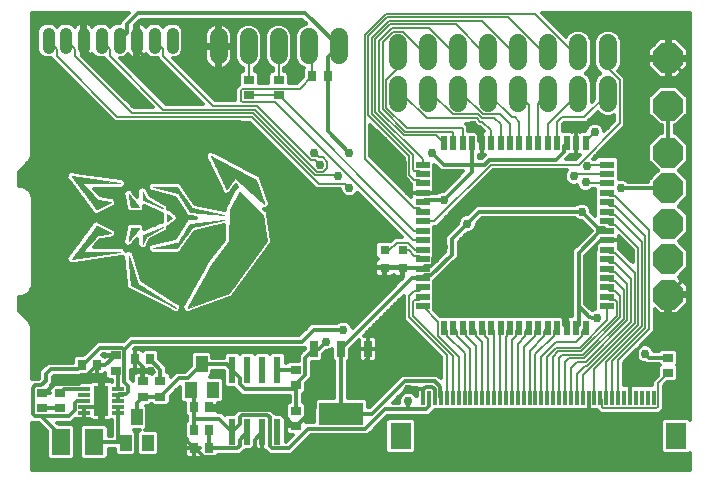
<source format=gtl>
G75*
%MOIN*%
%OFA0B0*%
%FSLAX25Y25*%
%IPPOS*%
%LPD*%
%AMOC8*
5,1,8,0,0,1.08239X$1,22.5*
%
%ADD10OC8,0.10000*%
%ADD11R,0.02756X0.03543*%
%ADD12R,0.03543X0.02756*%
%ADD13R,0.03937X0.05512*%
%ADD14R,0.06299X0.08661*%
%ADD15R,0.03150X0.03150*%
%ADD16C,0.06000*%
%ADD17OC8,0.10050*%
%ADD18R,0.02400X0.08700*%
%ADD19R,0.15000X0.07600*%
%ADD20R,0.02800X0.05600*%
%ADD21C,0.03822*%
%ADD22R,0.03937X0.01200*%
%ADD23R,0.05000X0.10000*%
%ADD24R,0.04700X0.02200*%
%ADD25R,0.02200X0.04700*%
%ADD26R,0.01181X0.05118*%
%ADD27R,0.07087X0.08661*%
%ADD28C,0.01200*%
%ADD29C,0.02978*%
%ADD30C,0.00600*%
%ADD31C,0.00300*%
D10*
X0229346Y0127705D03*
X0229346Y0143453D03*
D11*
X0115764Y0137547D03*
X0110646Y0137547D03*
X0056709Y0043059D03*
X0051591Y0043059D03*
X0038992Y0041091D03*
X0033874Y0041091D03*
X0071276Y0027311D03*
X0076394Y0027311D03*
X0076394Y0019437D03*
X0071276Y0019437D03*
X0071276Y0013531D03*
X0076394Y0013531D03*
D12*
X0060055Y0030657D03*
X0054150Y0030657D03*
X0054150Y0035776D03*
X0060055Y0035776D03*
X0045094Y0039319D03*
X0045094Y0044437D03*
X0026591Y0031839D03*
X0020685Y0031839D03*
X0020685Y0026720D03*
X0026591Y0026720D03*
X0105331Y0025933D03*
X0105331Y0020815D03*
X0105331Y0034594D03*
X0105331Y0039713D03*
X0229346Y0038531D03*
X0229346Y0043650D03*
X0099425Y0131051D03*
X0099425Y0136169D03*
X0089583Y0136169D03*
X0089583Y0131051D03*
D13*
X0073835Y0041484D03*
X0077575Y0032823D03*
X0070094Y0032823D03*
X0052181Y0023768D03*
X0048441Y0015106D03*
X0055921Y0015106D03*
D14*
X0038008Y0015500D03*
X0026984Y0015500D03*
D15*
X0134858Y0073571D03*
X0140764Y0073571D03*
X0140764Y0079476D03*
X0134858Y0079476D03*
D16*
X0139228Y0128642D02*
X0139228Y0134642D01*
X0149228Y0134642D02*
X0149228Y0128642D01*
X0159228Y0128642D02*
X0159228Y0134642D01*
X0169228Y0134642D02*
X0169228Y0128642D01*
X0179228Y0128642D02*
X0179228Y0134642D01*
X0189228Y0134642D02*
X0189228Y0128642D01*
X0199228Y0128642D02*
X0199228Y0134642D01*
X0209228Y0134642D02*
X0209228Y0128642D01*
X0209228Y0142421D02*
X0209228Y0148421D01*
X0199228Y0148421D02*
X0199228Y0142421D01*
X0189228Y0142421D02*
X0189228Y0148421D01*
X0179228Y0148421D02*
X0179228Y0142421D01*
X0169228Y0142421D02*
X0169228Y0148421D01*
X0159228Y0148421D02*
X0159228Y0142421D01*
X0149228Y0142421D02*
X0149228Y0148421D01*
X0139228Y0148421D02*
X0139228Y0142421D01*
X0119425Y0144390D02*
X0119425Y0150390D01*
X0109425Y0150390D02*
X0109425Y0144390D01*
X0099425Y0144390D02*
X0099425Y0150390D01*
X0089425Y0150390D02*
X0089425Y0144390D01*
X0079425Y0144390D02*
X0079425Y0150390D01*
D17*
X0229346Y0111957D03*
X0229346Y0100146D03*
X0229346Y0088335D03*
X0229346Y0076524D03*
X0229346Y0064713D03*
D18*
X0099051Y0039580D03*
X0094051Y0039580D03*
X0089051Y0039580D03*
X0084051Y0039580D03*
X0084051Y0018980D03*
X0089051Y0018980D03*
X0094051Y0018980D03*
X0099051Y0018980D03*
D19*
X0120252Y0024949D03*
D20*
X0120252Y0046602D03*
X0129307Y0046602D03*
X0111197Y0046602D03*
D21*
X0064181Y0146969D02*
X0064181Y0151747D01*
X0064181Y0146969D02*
X0063803Y0146969D01*
X0063803Y0151747D01*
X0064181Y0151747D01*
X0064181Y0150790D02*
X0063803Y0150790D01*
X0058276Y0151747D02*
X0058276Y0146969D01*
X0057898Y0146969D01*
X0057898Y0151747D01*
X0058276Y0151747D01*
X0058276Y0150790D02*
X0057898Y0150790D01*
X0052370Y0151747D02*
X0052370Y0146969D01*
X0051992Y0146969D01*
X0051992Y0151747D01*
X0052370Y0151747D01*
X0052370Y0150790D02*
X0051992Y0150790D01*
X0046465Y0151747D02*
X0046465Y0146969D01*
X0046087Y0146969D01*
X0046087Y0151747D01*
X0046465Y0151747D01*
X0046465Y0150790D02*
X0046087Y0150790D01*
X0040559Y0151747D02*
X0040559Y0146969D01*
X0040181Y0146969D01*
X0040181Y0151747D01*
X0040559Y0151747D01*
X0040559Y0150790D02*
X0040181Y0150790D01*
X0034654Y0151747D02*
X0034654Y0146969D01*
X0034276Y0146969D01*
X0034276Y0151747D01*
X0034654Y0151747D01*
X0034654Y0150790D02*
X0034276Y0150790D01*
X0028748Y0151747D02*
X0028748Y0146969D01*
X0028370Y0146969D01*
X0028370Y0151747D01*
X0028748Y0151747D01*
X0028748Y0150790D02*
X0028370Y0150790D01*
X0022843Y0151747D02*
X0022843Y0146969D01*
X0022465Y0146969D01*
X0022465Y0151747D01*
X0022843Y0151747D01*
X0022843Y0150790D02*
X0022465Y0150790D01*
D22*
X0034661Y0033217D03*
X0034661Y0031248D03*
X0034661Y0029280D03*
X0034661Y0027311D03*
X0034661Y0025343D03*
X0046079Y0025343D03*
X0046079Y0027311D03*
X0046079Y0029280D03*
X0046079Y0031248D03*
X0046079Y0033217D03*
D23*
X0040370Y0029280D03*
D24*
X0147457Y0060776D03*
X0147457Y0063925D03*
X0147457Y0067075D03*
X0147457Y0070224D03*
X0147457Y0073374D03*
X0147457Y0076524D03*
X0147457Y0079673D03*
X0147457Y0082823D03*
X0147457Y0085972D03*
X0147457Y0089122D03*
X0147457Y0092272D03*
X0147457Y0095421D03*
X0147457Y0098571D03*
X0147457Y0101720D03*
X0147457Y0104870D03*
X0147457Y0108020D03*
X0208874Y0108020D03*
X0208874Y0104870D03*
X0208874Y0101720D03*
X0208874Y0098571D03*
X0208874Y0095421D03*
X0208874Y0092272D03*
X0208874Y0089122D03*
X0208874Y0085972D03*
X0208874Y0082823D03*
X0208874Y0079673D03*
X0208874Y0076524D03*
X0208874Y0073374D03*
X0208874Y0070224D03*
X0208874Y0067075D03*
X0208874Y0063925D03*
X0208874Y0060776D03*
D25*
X0201787Y0053689D03*
X0198638Y0053689D03*
X0195488Y0053689D03*
X0192339Y0053689D03*
X0189189Y0053689D03*
X0186039Y0053689D03*
X0182890Y0053689D03*
X0179740Y0053689D03*
X0176591Y0053689D03*
X0173441Y0053689D03*
X0170291Y0053689D03*
X0167142Y0053689D03*
X0163992Y0053689D03*
X0160843Y0053689D03*
X0157693Y0053689D03*
X0154543Y0053689D03*
X0154543Y0115106D03*
X0157693Y0115106D03*
X0160843Y0115106D03*
X0163992Y0115106D03*
X0167142Y0115106D03*
X0170291Y0115106D03*
X0173441Y0115106D03*
X0176591Y0115106D03*
X0179740Y0115106D03*
X0182890Y0115106D03*
X0186039Y0115106D03*
X0189189Y0115106D03*
X0192339Y0115106D03*
X0195488Y0115106D03*
X0198638Y0115106D03*
X0201787Y0115106D03*
D26*
X0200803Y0030264D03*
X0198835Y0030264D03*
X0196866Y0030264D03*
X0194898Y0030264D03*
X0192929Y0030264D03*
X0190961Y0030264D03*
X0188992Y0030264D03*
X0187024Y0030264D03*
X0185055Y0030264D03*
X0183087Y0030264D03*
X0181118Y0030264D03*
X0179150Y0030264D03*
X0177181Y0030264D03*
X0175213Y0030264D03*
X0173244Y0030264D03*
X0171276Y0030264D03*
X0169307Y0030264D03*
X0167339Y0030264D03*
X0165370Y0030264D03*
X0163402Y0030264D03*
X0161433Y0030264D03*
X0159465Y0030264D03*
X0157496Y0030264D03*
X0155528Y0030264D03*
X0153559Y0030264D03*
X0151591Y0030264D03*
X0149622Y0030264D03*
X0147654Y0030264D03*
X0202772Y0030264D03*
X0204740Y0030264D03*
X0206709Y0030264D03*
X0208677Y0030264D03*
X0210646Y0030264D03*
X0212614Y0030264D03*
X0214583Y0030264D03*
X0216551Y0030264D03*
X0218520Y0030264D03*
X0220488Y0030264D03*
X0222457Y0030264D03*
X0224425Y0030264D03*
D27*
X0231906Y0017469D03*
X0140173Y0017469D03*
D28*
X0017411Y0022037D02*
X0017411Y0006320D01*
X0236557Y0006320D01*
X0236557Y0011984D01*
X0236112Y0011538D01*
X0227699Y0011538D01*
X0226762Y0012475D01*
X0226762Y0022462D01*
X0227699Y0023399D01*
X0236112Y0023399D01*
X0236557Y0022953D01*
X0236557Y0158538D01*
X0187314Y0158538D01*
X0195181Y0150671D01*
X0195329Y0151027D01*
X0196623Y0152321D01*
X0198313Y0153021D01*
X0200143Y0153021D01*
X0201834Y0152321D01*
X0203128Y0151027D01*
X0203828Y0149336D01*
X0203828Y0141506D01*
X0203128Y0139816D01*
X0201844Y0138531D01*
X0203128Y0137247D01*
X0203828Y0135557D01*
X0203828Y0128929D01*
X0204628Y0129729D01*
X0204628Y0135557D01*
X0205329Y0137247D01*
X0206613Y0138531D01*
X0205329Y0139816D01*
X0204628Y0141506D01*
X0204628Y0149336D01*
X0205329Y0151027D01*
X0206623Y0152321D01*
X0208313Y0153021D01*
X0210143Y0153021D01*
X0211834Y0152321D01*
X0213128Y0151027D01*
X0213828Y0149336D01*
X0213828Y0141506D01*
X0213128Y0139816D01*
X0212692Y0139380D01*
X0213915Y0138157D01*
X0215028Y0137044D01*
X0215028Y0120937D01*
X0204133Y0110042D01*
X0204256Y0109920D01*
X0205061Y0109920D01*
X0205861Y0110720D01*
X0211887Y0110720D01*
X0212824Y0109782D01*
X0212824Y0103168D01*
X0212984Y0103235D01*
X0214213Y0103235D01*
X0215348Y0102764D01*
X0215767Y0102346D01*
X0222721Y0102346D01*
X0222721Y0102890D01*
X0225883Y0106051D01*
X0222721Y0109213D01*
X0222721Y0114701D01*
X0226602Y0118582D01*
X0227146Y0118582D01*
X0227146Y0121105D01*
X0226613Y0121105D01*
X0222746Y0124971D01*
X0222746Y0130439D01*
X0226613Y0134305D01*
X0232080Y0134305D01*
X0235946Y0130439D01*
X0235946Y0124971D01*
X0232080Y0121105D01*
X0231546Y0121105D01*
X0231546Y0118582D01*
X0232091Y0118582D01*
X0235971Y0114701D01*
X0235971Y0109213D01*
X0232810Y0106051D01*
X0235971Y0102890D01*
X0235971Y0097402D01*
X0232810Y0094240D01*
X0235971Y0091079D01*
X0235971Y0085590D01*
X0232810Y0082429D01*
X0235971Y0079268D01*
X0235971Y0073779D01*
X0232810Y0070618D01*
X0235971Y0067457D01*
X0235971Y0065313D01*
X0229947Y0065313D01*
X0229947Y0064113D01*
X0235971Y0064113D01*
X0235971Y0061968D01*
X0232091Y0058088D01*
X0229946Y0058088D01*
X0229946Y0064113D01*
X0228746Y0064113D01*
X0228746Y0058088D01*
X0226602Y0058088D01*
X0224824Y0059866D01*
X0224824Y0052345D01*
X0223711Y0051232D01*
X0223711Y0051232D01*
X0220410Y0047931D01*
X0220858Y0048117D01*
X0222087Y0048117D01*
X0223222Y0047646D01*
X0224091Y0046777D01*
X0224475Y0045850D01*
X0226134Y0045850D01*
X0226912Y0046628D01*
X0231781Y0046628D01*
X0232718Y0045690D01*
X0232718Y0041609D01*
X0232200Y0041091D01*
X0232718Y0040572D01*
X0232718Y0036491D01*
X0231781Y0035554D01*
X0229055Y0035554D01*
X0227816Y0034314D01*
X0227816Y0026545D01*
X0227289Y0026018D01*
X0226176Y0024905D01*
X0206927Y0024905D01*
X0205814Y0026018D01*
X0205727Y0026105D01*
X0202772Y0026105D01*
X0202772Y0026820D01*
X0202772Y0026820D01*
X0202772Y0026820D01*
X0202772Y0026105D01*
X0151591Y0026105D01*
X0151591Y0026243D01*
X0151590Y0026243D01*
X0151590Y0026105D01*
X0151452Y0026105D01*
X0149652Y0024305D01*
X0135716Y0024305D01*
X0130449Y0019038D01*
X0129160Y0017749D01*
X0110222Y0017749D01*
X0103703Y0011230D01*
X0096443Y0011230D01*
X0095154Y0012518D01*
X0094643Y0013030D01*
X0094051Y0013030D01*
X0094051Y0018979D01*
X0094051Y0018979D01*
X0094051Y0013030D01*
X0092641Y0013030D01*
X0092234Y0013139D01*
X0091869Y0013349D01*
X0091571Y0013647D01*
X0091556Y0013672D01*
X0090914Y0013030D01*
X0088459Y0013030D01*
X0087948Y0012518D01*
X0086659Y0011230D01*
X0079372Y0011230D01*
X0079372Y0011097D01*
X0078434Y0010160D01*
X0074353Y0010160D01*
X0073835Y0010678D01*
X0073636Y0010480D01*
X0073271Y0010269D01*
X0072864Y0010160D01*
X0071365Y0010160D01*
X0071365Y0013442D01*
X0073416Y0013442D01*
X0073416Y0013620D01*
X0071365Y0013620D01*
X0071365Y0013442D01*
X0071187Y0013442D01*
X0071187Y0010160D01*
X0069687Y0010160D01*
X0069280Y0010269D01*
X0068915Y0010480D01*
X0068617Y0010777D01*
X0068407Y0011142D01*
X0068298Y0011549D01*
X0068298Y0013442D01*
X0071187Y0013442D01*
X0071187Y0013620D01*
X0068298Y0013620D01*
X0068298Y0015514D01*
X0068407Y0015921D01*
X0068617Y0016286D01*
X0068816Y0016484D01*
X0068298Y0017003D01*
X0068298Y0021871D01*
X0069076Y0022649D01*
X0069076Y0024099D01*
X0068298Y0024877D01*
X0068298Y0028467D01*
X0067463Y0028467D01*
X0066526Y0029404D01*
X0066526Y0034017D01*
X0063427Y0030918D01*
X0063427Y0028617D01*
X0062490Y0027680D01*
X0057621Y0027680D01*
X0057102Y0028198D01*
X0056584Y0027680D01*
X0055256Y0027680D01*
X0055750Y0027186D01*
X0055750Y0020349D01*
X0054863Y0019462D01*
X0058552Y0019462D01*
X0059490Y0018525D01*
X0059490Y0011688D01*
X0058552Y0010750D01*
X0053290Y0010750D01*
X0052353Y0011688D01*
X0052353Y0018525D01*
X0053240Y0019412D01*
X0051123Y0019412D01*
X0052009Y0018525D01*
X0052009Y0011688D01*
X0051072Y0010750D01*
X0045810Y0010750D01*
X0044872Y0011688D01*
X0044872Y0013300D01*
X0042757Y0013300D01*
X0042757Y0010507D01*
X0041820Y0009569D01*
X0034196Y0009569D01*
X0033258Y0010507D01*
X0033258Y0020493D01*
X0034196Y0021431D01*
X0041820Y0021431D01*
X0042757Y0020493D01*
X0042757Y0017700D01*
X0043879Y0017700D01*
X0043879Y0023025D01*
X0043852Y0022999D01*
X0043488Y0022789D01*
X0043081Y0022680D01*
X0040970Y0022680D01*
X0040970Y0028679D01*
X0039770Y0028679D01*
X0039770Y0022680D01*
X0037659Y0022680D01*
X0037252Y0022789D01*
X0036888Y0022999D01*
X0036744Y0023143D01*
X0034661Y0023143D01*
X0034661Y0025342D01*
X0034661Y0025342D01*
X0034661Y0023143D01*
X0032482Y0023143D01*
X0032075Y0023252D01*
X0031866Y0023373D01*
X0031724Y0023231D01*
X0030436Y0021943D01*
X0025696Y0021943D01*
X0026208Y0021431D01*
X0030797Y0021431D01*
X0031734Y0020493D01*
X0031734Y0010507D01*
X0030797Y0009569D01*
X0023172Y0009569D01*
X0022235Y0010507D01*
X0022235Y0019181D01*
X0019474Y0021943D01*
X0017505Y0021943D01*
X0017411Y0022037D01*
X0017411Y0020897D02*
X0020519Y0020897D01*
X0021718Y0019698D02*
X0017411Y0019698D01*
X0017411Y0018500D02*
X0022235Y0018500D01*
X0022235Y0017301D02*
X0017411Y0017301D01*
X0017411Y0016103D02*
X0022235Y0016103D01*
X0022235Y0014904D02*
X0017411Y0014904D01*
X0017411Y0013706D02*
X0022235Y0013706D01*
X0022235Y0012507D02*
X0017411Y0012507D01*
X0017411Y0011309D02*
X0022235Y0011309D01*
X0022631Y0010110D02*
X0017411Y0010110D01*
X0017411Y0008912D02*
X0236557Y0008912D01*
X0236557Y0010110D02*
X0042361Y0010110D01*
X0042757Y0011309D02*
X0045252Y0011309D01*
X0044872Y0012507D02*
X0042757Y0012507D01*
X0046079Y0015697D02*
X0046276Y0015500D01*
X0048047Y0015500D01*
X0048441Y0015106D01*
X0046276Y0015500D02*
X0038008Y0015500D01*
X0033258Y0014904D02*
X0031734Y0014904D01*
X0031734Y0013706D02*
X0033258Y0013706D01*
X0033258Y0012507D02*
X0031734Y0012507D01*
X0031734Y0011309D02*
X0033258Y0011309D01*
X0033655Y0010110D02*
X0031337Y0010110D01*
X0031734Y0016103D02*
X0033258Y0016103D01*
X0033258Y0017301D02*
X0031734Y0017301D01*
X0031734Y0018500D02*
X0033258Y0018500D01*
X0033258Y0019698D02*
X0031734Y0019698D01*
X0031331Y0020897D02*
X0033661Y0020897D01*
X0030588Y0022095D02*
X0043879Y0022095D01*
X0043879Y0020897D02*
X0042354Y0020897D01*
X0042757Y0019698D02*
X0043879Y0019698D01*
X0043879Y0018500D02*
X0042757Y0018500D01*
X0046079Y0015697D02*
X0046079Y0025343D01*
X0046079Y0027311D01*
X0046079Y0029280D02*
X0046079Y0031248D01*
X0046247Y0031417D01*
X0048544Y0031417D01*
X0049247Y0032119D01*
X0049247Y0034314D01*
X0048066Y0035495D01*
X0048066Y0046312D01*
X0050719Y0048965D01*
X0107299Y0048965D01*
X0111236Y0052902D01*
X0121079Y0052902D01*
X0118910Y0055102D02*
X0110325Y0055102D01*
X0106388Y0051165D01*
X0049807Y0051165D01*
X0048519Y0049876D01*
X0047858Y0049215D01*
X0039159Y0049215D01*
X0037870Y0047926D01*
X0034406Y0044462D01*
X0031833Y0044462D01*
X0030896Y0043525D01*
X0030896Y0042043D01*
X0022597Y0042043D01*
X0021308Y0040754D01*
X0021308Y0040754D01*
X0021022Y0040467D01*
X0019733Y0039179D01*
X0019733Y0036876D01*
X0019474Y0036617D01*
X0017505Y0036617D01*
X0017411Y0036522D01*
X0017411Y0053817D01*
X0016711Y0055507D01*
X0015417Y0056801D01*
X0012811Y0059407D01*
X0012811Y0063900D01*
X0013756Y0063900D01*
X0015502Y0064623D01*
X0016838Y0065959D01*
X0017561Y0067705D01*
X0017561Y0097153D01*
X0016838Y0098899D01*
X0015502Y0100236D01*
X0013756Y0100959D01*
X0012811Y0100959D01*
X0012811Y0105451D01*
X0016711Y0109351D01*
X0017411Y0111042D01*
X0017411Y0158538D01*
X0049449Y0158538D01*
X0046681Y0155770D01*
X0046681Y0155258D01*
X0045388Y0155258D01*
X0044098Y0154724D01*
X0043323Y0153949D01*
X0042548Y0154724D01*
X0041257Y0155258D01*
X0039483Y0155258D01*
X0038192Y0154724D01*
X0037410Y0153942D01*
X0037381Y0153985D01*
X0036892Y0154474D01*
X0036317Y0154859D01*
X0035678Y0155123D01*
X0034999Y0155258D01*
X0034915Y0155258D01*
X0034915Y0149808D01*
X0034015Y0149808D01*
X0034015Y0155258D01*
X0033930Y0155258D01*
X0033251Y0155123D01*
X0032612Y0154859D01*
X0032037Y0154474D01*
X0031548Y0153985D01*
X0031519Y0153942D01*
X0030737Y0154724D01*
X0029446Y0155258D01*
X0027672Y0155258D01*
X0026381Y0154724D01*
X0025606Y0153949D01*
X0024831Y0154724D01*
X0023541Y0155258D01*
X0021766Y0155258D01*
X0020476Y0154724D01*
X0019488Y0153736D01*
X0018954Y0152446D01*
X0018954Y0146271D01*
X0019488Y0144980D01*
X0020476Y0143993D01*
X0021766Y0143458D01*
X0023541Y0143458D01*
X0023659Y0143507D01*
X0023659Y0143371D01*
X0024772Y0142258D01*
X0043844Y0123186D01*
X0044957Y0122073D01*
X0086622Y0122073D01*
X0086827Y0121868D01*
X0088401Y0121868D01*
X0089897Y0121868D01*
X0111971Y0099794D01*
X0119958Y0099794D01*
X0119958Y0099531D01*
X0120429Y0098396D01*
X0121297Y0097527D01*
X0122433Y0097057D01*
X0123662Y0097057D01*
X0124797Y0097527D01*
X0125666Y0098396D01*
X0125778Y0098665D01*
X0140592Y0083851D01*
X0138029Y0083851D01*
X0136829Y0082651D01*
X0132621Y0082651D01*
X0131683Y0081714D01*
X0131683Y0077239D01*
X0132425Y0076497D01*
X0132301Y0076426D01*
X0132003Y0076128D01*
X0131792Y0075763D01*
X0131683Y0075356D01*
X0131683Y0073758D01*
X0134671Y0073758D01*
X0134671Y0073383D01*
X0135046Y0073383D01*
X0135046Y0070396D01*
X0136644Y0070396D01*
X0137051Y0070505D01*
X0137415Y0070716D01*
X0137713Y0071014D01*
X0137811Y0071183D01*
X0137909Y0071014D01*
X0138207Y0070716D01*
X0138571Y0070505D01*
X0138978Y0070396D01*
X0140576Y0070396D01*
X0140576Y0073383D01*
X0140951Y0073383D01*
X0140951Y0070413D01*
X0124134Y0053596D01*
X0123697Y0054651D01*
X0122828Y0055520D01*
X0121693Y0055991D01*
X0120464Y0055991D01*
X0119329Y0055520D01*
X0118910Y0055102D01*
X0119651Y0055653D02*
X0016564Y0055653D01*
X0017147Y0054455D02*
X0109678Y0054455D01*
X0108480Y0053256D02*
X0017411Y0053256D01*
X0017411Y0052058D02*
X0107281Y0052058D01*
X0108197Y0046765D02*
X0108197Y0046714D01*
X0107391Y0045908D01*
X0106102Y0044619D01*
X0106102Y0042691D01*
X0102896Y0042691D01*
X0101985Y0041780D01*
X0101851Y0041780D01*
X0101851Y0044592D01*
X0100914Y0045530D01*
X0097188Y0045530D01*
X0096551Y0044892D01*
X0095914Y0045530D01*
X0092188Y0045530D01*
X0091551Y0044892D01*
X0090914Y0045530D01*
X0087188Y0045530D01*
X0086551Y0044892D01*
X0085914Y0045530D01*
X0082188Y0045530D01*
X0081251Y0044592D01*
X0081251Y0043684D01*
X0077403Y0043684D01*
X0077403Y0044903D01*
X0076466Y0045840D01*
X0071203Y0045840D01*
X0070266Y0044903D01*
X0070266Y0041027D01*
X0068218Y0038979D01*
X0065265Y0038979D01*
X0063427Y0037140D01*
X0063427Y0037816D01*
X0062490Y0038754D01*
X0062255Y0038754D01*
X0062255Y0040624D01*
X0060966Y0041913D01*
X0059687Y0043192D01*
X0059687Y0045493D01*
X0058749Y0046431D01*
X0054668Y0046431D01*
X0054150Y0045912D01*
X0053951Y0046111D01*
X0053586Y0046322D01*
X0053179Y0046431D01*
X0051680Y0046431D01*
X0051680Y0043148D01*
X0051502Y0043148D01*
X0051502Y0046431D01*
X0051296Y0046431D01*
X0051630Y0046765D01*
X0108197Y0046765D01*
X0107549Y0046065D02*
X0059115Y0046065D01*
X0059687Y0044867D02*
X0070266Y0044867D01*
X0070266Y0043668D02*
X0059687Y0043668D01*
X0060409Y0042470D02*
X0070266Y0042470D01*
X0070266Y0041271D02*
X0061608Y0041271D01*
X0062255Y0040073D02*
X0069312Y0040073D01*
X0069129Y0036779D02*
X0066176Y0036779D01*
X0060055Y0030657D01*
X0054150Y0030657D01*
X0052181Y0028689D01*
X0052181Y0023768D01*
X0055750Y0023294D02*
X0069076Y0023294D01*
X0068682Y0024492D02*
X0055750Y0024492D01*
X0055750Y0025691D02*
X0068298Y0025691D01*
X0068298Y0026889D02*
X0055750Y0026889D01*
X0056992Y0028088D02*
X0057213Y0028088D01*
X0060055Y0025343D02*
X0060055Y0024752D01*
X0071276Y0013531D01*
X0071547Y0013531D01*
X0074519Y0010560D01*
X0087879Y0010560D01*
X0091451Y0014132D01*
X0091451Y0016380D01*
X0094051Y0018980D01*
X0094051Y0018500D02*
X0094051Y0018500D01*
X0094051Y0017301D02*
X0094051Y0017301D01*
X0094051Y0016103D02*
X0094051Y0016103D01*
X0094051Y0014904D02*
X0094051Y0014904D01*
X0094051Y0013706D02*
X0094051Y0013706D01*
X0095165Y0012507D02*
X0087937Y0012507D01*
X0086739Y0011309D02*
X0096364Y0011309D01*
X0097354Y0013430D02*
X0096451Y0014332D01*
X0096451Y0023827D01*
X0095748Y0024530D01*
X0087354Y0024530D01*
X0086651Y0023827D01*
X0086651Y0021580D01*
X0084051Y0018980D01*
X0079657Y0023374D01*
X0071276Y0023374D01*
X0071276Y0019437D01*
X0068298Y0019698D02*
X0055099Y0019698D01*
X0055750Y0020897D02*
X0068298Y0020897D01*
X0068521Y0022095D02*
X0055750Y0022095D01*
X0052353Y0018500D02*
X0052009Y0018500D01*
X0052009Y0017301D02*
X0052353Y0017301D01*
X0052353Y0016103D02*
X0052009Y0016103D01*
X0052009Y0014904D02*
X0052353Y0014904D01*
X0052353Y0013706D02*
X0052009Y0013706D01*
X0052009Y0012507D02*
X0052353Y0012507D01*
X0052732Y0011309D02*
X0051630Y0011309D01*
X0059111Y0011309D02*
X0068362Y0011309D01*
X0068298Y0012507D02*
X0059490Y0012507D01*
X0059490Y0013706D02*
X0068298Y0013706D01*
X0068298Y0014904D02*
X0059490Y0014904D01*
X0059490Y0016103D02*
X0068512Y0016103D01*
X0068298Y0017301D02*
X0059490Y0017301D01*
X0059490Y0018500D02*
X0068298Y0018500D01*
X0071276Y0023374D02*
X0071276Y0027311D01*
X0071276Y0031642D01*
X0070094Y0032823D01*
X0066526Y0032882D02*
X0065391Y0032882D01*
X0066526Y0031683D02*
X0064192Y0031683D01*
X0063427Y0030485D02*
X0066526Y0030485D01*
X0066644Y0029286D02*
X0063427Y0029286D01*
X0062898Y0028088D02*
X0068298Y0028088D01*
X0076394Y0027311D02*
X0077375Y0026330D01*
X0081709Y0026330D01*
X0098948Y0026330D01*
X0104463Y0020815D01*
X0105331Y0020815D01*
X0111552Y0027036D01*
X0111552Y0029246D01*
X0115173Y0032867D01*
X0115173Y0033217D01*
X0118052Y0032882D02*
X0108702Y0032882D01*
X0108702Y0032554D02*
X0108702Y0035126D01*
X0110502Y0036926D01*
X0110502Y0042202D01*
X0113260Y0042202D01*
X0114197Y0043140D01*
X0114197Y0044877D01*
X0115011Y0045691D01*
X0115196Y0045876D01*
X0115788Y0045876D01*
X0116923Y0046346D01*
X0117252Y0046675D01*
X0117252Y0043140D01*
X0118052Y0042340D01*
X0118052Y0030349D01*
X0112089Y0030349D01*
X0111152Y0029412D01*
X0111152Y0022149D01*
X0108702Y0022149D01*
X0108702Y0022404D01*
X0108593Y0022810D01*
X0108383Y0023175D01*
X0108184Y0023374D01*
X0108702Y0023892D01*
X0108702Y0027974D01*
X0107765Y0028911D01*
X0107531Y0028911D01*
X0107531Y0031617D01*
X0107765Y0031617D01*
X0108702Y0032554D01*
X0107832Y0031683D02*
X0118052Y0031683D01*
X0118052Y0030485D02*
X0107531Y0030485D01*
X0107531Y0029286D02*
X0111152Y0029286D01*
X0111152Y0028088D02*
X0108588Y0028088D01*
X0108702Y0026889D02*
X0111152Y0026889D01*
X0111152Y0025691D02*
X0108702Y0025691D01*
X0108702Y0024492D02*
X0111152Y0024492D01*
X0111152Y0023294D02*
X0108264Y0023294D01*
X0105331Y0025933D02*
X0105331Y0033217D01*
X0088167Y0033217D01*
X0086651Y0034732D01*
X0086651Y0036980D01*
X0084051Y0039580D01*
X0082146Y0041484D01*
X0073835Y0041484D01*
X0069129Y0036779D01*
X0065161Y0038874D02*
X0062255Y0038874D01*
X0063427Y0037676D02*
X0063962Y0037676D01*
X0060055Y0035776D02*
X0060055Y0039713D01*
X0056709Y0043059D01*
X0054303Y0046065D02*
X0053997Y0046065D01*
X0051680Y0046065D02*
X0051502Y0046065D01*
X0051502Y0044867D02*
X0051680Y0044867D01*
X0051680Y0043668D02*
X0051502Y0043668D01*
X0051591Y0043059D02*
X0054150Y0040500D01*
X0054150Y0039122D01*
X0056690Y0039122D01*
X0056766Y0039198D01*
X0056969Y0039687D02*
X0057855Y0038801D01*
X0057855Y0038754D01*
X0057621Y0038754D01*
X0057102Y0038235D01*
X0056904Y0038434D01*
X0056539Y0038645D01*
X0056132Y0038754D01*
X0054239Y0038754D01*
X0054239Y0035865D01*
X0054061Y0035865D01*
X0054061Y0038754D01*
X0052167Y0038754D01*
X0051760Y0038645D01*
X0051396Y0038434D01*
X0051098Y0038136D01*
X0050887Y0037771D01*
X0050778Y0037364D01*
X0050778Y0035894D01*
X0050266Y0036406D01*
X0050266Y0039687D01*
X0051502Y0039687D01*
X0051502Y0042970D01*
X0051680Y0042970D01*
X0051680Y0039687D01*
X0053179Y0039687D01*
X0053586Y0039796D01*
X0053951Y0040007D01*
X0054150Y0040206D01*
X0054668Y0039687D01*
X0056969Y0039687D01*
X0057782Y0038874D02*
X0050266Y0038874D01*
X0050266Y0037676D02*
X0050861Y0037676D01*
X0050778Y0036477D02*
X0050266Y0036477D01*
X0054061Y0036477D02*
X0054239Y0036477D01*
X0054150Y0035776D02*
X0054150Y0039122D01*
X0054017Y0040073D02*
X0054283Y0040073D01*
X0051680Y0040073D02*
X0051502Y0040073D01*
X0051502Y0041271D02*
X0051680Y0041271D01*
X0051680Y0042470D02*
X0051502Y0042470D01*
X0048066Y0046312D02*
X0047363Y0047015D01*
X0040070Y0047015D01*
X0034145Y0041091D01*
X0033874Y0041091D01*
X0032626Y0039843D01*
X0023508Y0039843D01*
X0021933Y0038267D01*
X0021933Y0035965D01*
X0020385Y0034417D01*
X0018416Y0034417D01*
X0017713Y0033714D01*
X0017713Y0024845D01*
X0018416Y0024143D01*
X0020385Y0024143D01*
X0029524Y0024143D01*
X0031493Y0026111D01*
X0031493Y0028408D01*
X0032196Y0029111D01*
X0034493Y0029111D01*
X0034661Y0029280D01*
X0034661Y0027311D02*
X0038402Y0027311D01*
X0040370Y0029280D01*
X0040370Y0037154D01*
X0039681Y0037843D01*
X0035744Y0037843D01*
X0032918Y0035017D01*
X0024922Y0035017D01*
X0021744Y0031839D01*
X0020685Y0031839D01*
X0020774Y0031928D02*
X0023219Y0031928D01*
X0023219Y0031750D01*
X0020774Y0031750D01*
X0020774Y0031928D01*
X0023508Y0034428D02*
X0024133Y0035053D01*
X0024133Y0037356D01*
X0024419Y0037643D01*
X0033537Y0037643D01*
X0033614Y0037719D01*
X0035915Y0037719D01*
X0036433Y0038237D01*
X0036632Y0038039D01*
X0036997Y0037828D01*
X0037404Y0037719D01*
X0038903Y0037719D01*
X0038903Y0041001D01*
X0039081Y0041001D01*
X0039081Y0037719D01*
X0040581Y0037719D01*
X0040988Y0037828D01*
X0041352Y0038039D01*
X0041650Y0038336D01*
X0041723Y0038462D01*
X0041723Y0037278D01*
X0042660Y0036341D01*
X0043879Y0036341D01*
X0043879Y0035534D01*
X0043852Y0035560D01*
X0043488Y0035770D01*
X0043081Y0035880D01*
X0040970Y0035880D01*
X0040970Y0029880D01*
X0039770Y0029880D01*
X0039770Y0035880D01*
X0037659Y0035880D01*
X0037252Y0035770D01*
X0036888Y0035560D01*
X0036744Y0035417D01*
X0027057Y0035417D01*
X0026457Y0034817D01*
X0024156Y0034817D01*
X0023638Y0034298D01*
X0023508Y0034428D01*
X0024133Y0035279D02*
X0026919Y0035279D01*
X0027969Y0033217D02*
X0034661Y0033217D01*
X0033571Y0037676D02*
X0041723Y0037676D01*
X0042524Y0036477D02*
X0024133Y0036477D01*
X0019733Y0037676D02*
X0017411Y0037676D01*
X0017411Y0038874D02*
X0019733Y0038874D01*
X0020627Y0040073D02*
X0017411Y0040073D01*
X0017411Y0041271D02*
X0021826Y0041271D01*
X0021022Y0040467D02*
X0021022Y0040467D01*
X0017411Y0042470D02*
X0030896Y0042470D01*
X0031039Y0043668D02*
X0017411Y0043668D01*
X0017411Y0044867D02*
X0034811Y0044867D01*
X0036009Y0046065D02*
X0017411Y0046065D01*
X0017411Y0047264D02*
X0037208Y0047264D01*
X0038406Y0048462D02*
X0017411Y0048462D01*
X0017411Y0049661D02*
X0048304Y0049661D01*
X0048519Y0049876D02*
X0048519Y0049876D01*
X0049502Y0050859D02*
X0017411Y0050859D01*
X0015366Y0056852D02*
X0127390Y0056852D01*
X0126192Y0055653D02*
X0122507Y0055653D01*
X0123779Y0054455D02*
X0124993Y0054455D01*
X0125016Y0056839D02*
X0134858Y0066681D01*
X0134858Y0073571D01*
X0140764Y0073571D01*
X0147260Y0073571D01*
X0147457Y0073374D01*
X0148306Y0074224D01*
X0150304Y0074224D01*
X0151007Y0074927D01*
X0151007Y0076924D01*
X0154543Y0080461D01*
X0155032Y0080822D02*
X0151407Y0080822D01*
X0151407Y0079624D02*
X0155032Y0079624D01*
X0155032Y0078914D02*
X0151407Y0075288D01*
X0151407Y0087222D01*
X0152181Y0087222D01*
X0153294Y0088335D01*
X0171078Y0106120D01*
X0195519Y0106120D01*
X0195232Y0105832D01*
X0194761Y0104697D01*
X0194761Y0103468D01*
X0195232Y0102333D01*
X0196101Y0101464D01*
X0197236Y0100994D01*
X0198465Y0100994D01*
X0198843Y0101150D01*
X0199169Y0100364D01*
X0200038Y0099495D01*
X0201173Y0099025D01*
X0202402Y0099025D01*
X0203537Y0099495D01*
X0203862Y0099820D01*
X0204924Y0099820D01*
X0204924Y0091036D01*
X0203666Y0092294D01*
X0203666Y0092886D01*
X0203196Y0094021D01*
X0202327Y0094890D01*
X0201192Y0095361D01*
X0199963Y0095361D01*
X0198828Y0094890D01*
X0198409Y0094472D01*
X0165443Y0094472D01*
X0162395Y0091424D01*
X0161803Y0091424D01*
X0160668Y0090953D01*
X0159799Y0090084D01*
X0159328Y0088949D01*
X0159328Y0088357D01*
X0156321Y0085350D01*
X0155032Y0084061D01*
X0155032Y0078914D01*
X0154544Y0078425D02*
X0151407Y0078425D01*
X0151407Y0077227D02*
X0153345Y0077227D01*
X0152147Y0076028D02*
X0151407Y0076028D01*
X0150304Y0071074D02*
X0157232Y0078003D01*
X0157232Y0083150D01*
X0162417Y0088335D01*
X0166354Y0092272D01*
X0200577Y0092272D01*
X0206027Y0086822D01*
X0206027Y0085123D01*
X0199487Y0078583D01*
X0199487Y0060776D01*
X0203024Y0057239D01*
X0203384Y0057239D01*
X0203785Y0056839D01*
X0205724Y0056839D01*
X0204924Y0059851D02*
X0203975Y0059457D01*
X0203956Y0059439D01*
X0203935Y0059439D01*
X0201687Y0061687D01*
X0201687Y0077672D01*
X0204924Y0080909D01*
X0204924Y0059851D01*
X0204924Y0060448D02*
X0202927Y0060448D01*
X0201728Y0061646D02*
X0204924Y0061646D01*
X0204924Y0062845D02*
X0201687Y0062845D01*
X0201687Y0064043D02*
X0204924Y0064043D01*
X0204924Y0065242D02*
X0201687Y0065242D01*
X0201687Y0066440D02*
X0204924Y0066440D01*
X0204924Y0067639D02*
X0201687Y0067639D01*
X0201687Y0068837D02*
X0204924Y0068837D01*
X0204924Y0070036D02*
X0201687Y0070036D01*
X0201687Y0071234D02*
X0204924Y0071234D01*
X0204924Y0072433D02*
X0201687Y0072433D01*
X0201687Y0073631D02*
X0204924Y0073631D01*
X0204924Y0074830D02*
X0201687Y0074830D01*
X0201687Y0076028D02*
X0204924Y0076028D01*
X0204924Y0077227D02*
X0201687Y0077227D01*
X0202176Y0076524D02*
X0205324Y0079671D01*
X0205324Y0081270D01*
X0206877Y0082823D01*
X0208874Y0082823D01*
X0206838Y0082823D01*
X0206838Y0082823D01*
X0208874Y0082823D01*
X0208874Y0082823D01*
X0212824Y0082823D01*
X0212824Y0084058D01*
X0217424Y0079458D01*
X0217424Y0075383D01*
X0213497Y0079311D01*
X0212824Y0079983D01*
X0212824Y0081436D01*
X0212808Y0081452D01*
X0212824Y0081512D01*
X0212824Y0082823D01*
X0208874Y0082823D01*
X0208874Y0082823D01*
X0212824Y0083219D02*
X0213663Y0083219D01*
X0212824Y0082021D02*
X0214862Y0082021D01*
X0216060Y0080822D02*
X0212824Y0080822D01*
X0213184Y0079624D02*
X0217259Y0079624D01*
X0217424Y0078425D02*
X0214382Y0078425D01*
X0215581Y0077227D02*
X0217424Y0077227D01*
X0217424Y0076028D02*
X0216779Y0076028D01*
X0204924Y0078425D02*
X0202441Y0078425D01*
X0203639Y0079624D02*
X0204924Y0079624D01*
X0204924Y0080822D02*
X0204838Y0080822D01*
X0202211Y0084418D02*
X0161612Y0084418D01*
X0162440Y0085246D02*
X0163032Y0085246D01*
X0164167Y0085716D01*
X0165036Y0086585D01*
X0165506Y0087720D01*
X0165506Y0088312D01*
X0167266Y0090072D01*
X0198409Y0090072D01*
X0198828Y0089653D01*
X0199963Y0089183D01*
X0200555Y0089183D01*
X0203765Y0085972D01*
X0197287Y0079495D01*
X0197287Y0057639D01*
X0196875Y0057639D01*
X0196859Y0057623D01*
X0196799Y0057639D01*
X0195488Y0057639D01*
X0194178Y0057639D01*
X0194117Y0057623D01*
X0194101Y0057639D01*
X0153280Y0057639D01*
X0151407Y0059513D01*
X0151407Y0062162D01*
X0151407Y0069066D01*
X0159432Y0077091D01*
X0159432Y0082238D01*
X0162440Y0085246D01*
X0163926Y0085616D02*
X0203409Y0085616D01*
X0202923Y0086815D02*
X0165131Y0086815D01*
X0165506Y0088013D02*
X0201724Y0088013D01*
X0199893Y0089212D02*
X0166406Y0089212D01*
X0163779Y0092807D02*
X0157766Y0092807D01*
X0156567Y0091609D02*
X0162580Y0091609D01*
X0160125Y0090410D02*
X0155369Y0090410D01*
X0154170Y0089212D02*
X0159437Y0089212D01*
X0158985Y0088013D02*
X0152972Y0088013D01*
X0151407Y0086815D02*
X0157786Y0086815D01*
X0156588Y0085616D02*
X0151407Y0085616D01*
X0151407Y0084418D02*
X0155389Y0084418D01*
X0155032Y0083219D02*
X0151407Y0083219D01*
X0151407Y0082021D02*
X0155032Y0082021D01*
X0159432Y0082021D02*
X0199814Y0082021D01*
X0201012Y0083219D02*
X0160413Y0083219D01*
X0159432Y0080822D02*
X0198615Y0080822D01*
X0197417Y0079624D02*
X0159432Y0079624D01*
X0159432Y0078425D02*
X0197287Y0078425D01*
X0197287Y0077227D02*
X0159432Y0077227D01*
X0158369Y0076028D02*
X0197287Y0076028D01*
X0197287Y0074830D02*
X0157171Y0074830D01*
X0155972Y0073631D02*
X0197287Y0073631D01*
X0197287Y0072433D02*
X0154774Y0072433D01*
X0153575Y0071234D02*
X0197287Y0071234D01*
X0197287Y0070036D02*
X0152377Y0070036D01*
X0151407Y0068837D02*
X0197287Y0068837D01*
X0197287Y0067639D02*
X0151407Y0067639D01*
X0151407Y0066440D02*
X0197287Y0066440D01*
X0197287Y0065242D02*
X0151407Y0065242D01*
X0151407Y0064043D02*
X0197287Y0064043D01*
X0197287Y0062845D02*
X0151407Y0062845D01*
X0151407Y0061646D02*
X0197287Y0061646D01*
X0197287Y0060448D02*
X0151407Y0060448D01*
X0151670Y0059249D02*
X0197287Y0059249D01*
X0197287Y0058051D02*
X0152869Y0058051D01*
X0144172Y0053256D02*
X0130017Y0053256D01*
X0128819Y0052058D02*
X0145370Y0052058D01*
X0146569Y0050859D02*
X0131383Y0050859D01*
X0131325Y0050893D02*
X0130918Y0051002D01*
X0129407Y0051002D01*
X0129407Y0046702D01*
X0132307Y0046702D01*
X0132307Y0049613D01*
X0132198Y0050020D01*
X0131987Y0050385D01*
X0131690Y0050683D01*
X0131325Y0050893D01*
X0132294Y0049661D02*
X0147767Y0049661D01*
X0148966Y0048462D02*
X0132307Y0048462D01*
X0132307Y0047264D02*
X0150164Y0047264D01*
X0151363Y0046065D02*
X0132307Y0046065D01*
X0132307Y0046502D02*
X0129407Y0046502D01*
X0129407Y0042202D01*
X0130918Y0042202D01*
X0131325Y0042311D01*
X0131690Y0042522D01*
X0131987Y0042820D01*
X0132198Y0043185D01*
X0132307Y0043592D01*
X0132307Y0046502D01*
X0132307Y0044867D02*
X0152561Y0044867D01*
X0153628Y0043801D02*
X0153628Y0036762D01*
X0152367Y0038023D01*
X0140666Y0038023D01*
X0129792Y0027149D01*
X0129352Y0027149D01*
X0129352Y0029412D01*
X0128415Y0030349D01*
X0122452Y0030349D01*
X0122452Y0042340D01*
X0123252Y0043140D01*
X0123252Y0046491D01*
X0126307Y0049546D01*
X0126307Y0046702D01*
X0129207Y0046702D01*
X0129207Y0046502D01*
X0129407Y0046502D01*
X0129407Y0046702D01*
X0129207Y0046702D01*
X0129207Y0051002D01*
X0127763Y0051002D01*
X0141107Y0064346D01*
X0141107Y0056322D01*
X0153628Y0043801D01*
X0153628Y0043668D02*
X0132307Y0043668D01*
X0131599Y0042470D02*
X0153628Y0042470D01*
X0153628Y0041271D02*
X0122452Y0041271D01*
X0122452Y0040073D02*
X0153628Y0040073D01*
X0153628Y0038874D02*
X0122452Y0038874D01*
X0122452Y0037676D02*
X0140319Y0037676D01*
X0139121Y0036477D02*
X0122452Y0036477D01*
X0122452Y0035279D02*
X0137922Y0035279D01*
X0136724Y0034080D02*
X0122452Y0034080D01*
X0122452Y0032882D02*
X0135525Y0032882D01*
X0134327Y0031683D02*
X0122452Y0031683D01*
X0122452Y0030485D02*
X0133128Y0030485D01*
X0131930Y0029286D02*
X0129352Y0029286D01*
X0129352Y0028088D02*
X0130731Y0028088D01*
X0130703Y0024949D02*
X0141577Y0035823D01*
X0151455Y0035823D01*
X0153391Y0033888D01*
X0153391Y0030432D01*
X0153559Y0030264D01*
X0151591Y0030264D02*
X0151422Y0030432D01*
X0151422Y0033310D01*
X0150710Y0034023D01*
X0148534Y0034023D01*
X0147644Y0033132D01*
X0147654Y0033123D01*
X0147654Y0030264D01*
X0149622Y0030264D02*
X0149622Y0027386D01*
X0148741Y0026505D01*
X0142732Y0026505D01*
X0142732Y0029280D01*
X0142732Y0026505D02*
X0134805Y0026505D01*
X0128249Y0019949D01*
X0109311Y0019949D01*
X0102792Y0013430D01*
X0097354Y0013430D01*
X0101851Y0015630D02*
X0101881Y0015630D01*
X0104088Y0017837D01*
X0103348Y0017837D01*
X0102941Y0017946D01*
X0102577Y0018157D01*
X0102279Y0018455D01*
X0102068Y0018819D01*
X0101959Y0019226D01*
X0101959Y0020726D01*
X0105242Y0020726D01*
X0105242Y0020904D01*
X0101959Y0020904D01*
X0101959Y0022404D01*
X0102068Y0022810D01*
X0102279Y0023175D01*
X0102477Y0023374D01*
X0101959Y0023892D01*
X0101959Y0027974D01*
X0102896Y0028911D01*
X0103131Y0028911D01*
X0103131Y0031017D01*
X0087256Y0031017D01*
X0085967Y0032305D01*
X0084643Y0033630D01*
X0082188Y0033630D01*
X0081251Y0034567D01*
X0081251Y0039268D01*
X0081235Y0039284D01*
X0077403Y0039284D01*
X0077403Y0038066D01*
X0076516Y0037179D01*
X0080206Y0037179D01*
X0081143Y0036241D01*
X0081143Y0029404D01*
X0080206Y0028467D01*
X0079372Y0028467D01*
X0079372Y0027400D01*
X0076483Y0027400D01*
X0076483Y0027222D01*
X0079372Y0027222D01*
X0079372Y0025574D01*
X0080568Y0025574D01*
X0081700Y0024442D01*
X0082188Y0024930D01*
X0084643Y0024930D01*
X0085154Y0025441D01*
X0085154Y0025441D01*
X0086443Y0026730D01*
X0096659Y0026730D01*
X0097362Y0026027D01*
X0098459Y0024930D01*
X0100914Y0024930D01*
X0101851Y0023992D01*
X0101851Y0015630D01*
X0101851Y0016103D02*
X0102354Y0016103D01*
X0101851Y0017301D02*
X0103552Y0017301D01*
X0102253Y0018500D02*
X0101851Y0018500D01*
X0101851Y0019698D02*
X0101959Y0019698D01*
X0101851Y0020897D02*
X0105242Y0020897D01*
X0101959Y0022095D02*
X0101851Y0022095D01*
X0101851Y0023294D02*
X0102397Y0023294D01*
X0101959Y0024492D02*
X0101351Y0024492D01*
X0101959Y0025691D02*
X0097698Y0025691D01*
X0101959Y0026889D02*
X0079372Y0026889D01*
X0079372Y0025691D02*
X0085404Y0025691D01*
X0081751Y0024492D02*
X0081650Y0024492D01*
X0079372Y0028088D02*
X0102073Y0028088D01*
X0103131Y0029286D02*
X0081025Y0029286D01*
X0081143Y0030485D02*
X0103131Y0030485D01*
X0105331Y0033217D02*
X0105331Y0034594D01*
X0105331Y0034866D01*
X0108302Y0037838D01*
X0108302Y0043708D01*
X0111197Y0046602D01*
X0112811Y0046602D01*
X0115173Y0048965D01*
X0116246Y0046065D02*
X0117252Y0046065D01*
X0117252Y0044867D02*
X0114197Y0044867D01*
X0114197Y0043668D02*
X0117252Y0043668D01*
X0117922Y0042470D02*
X0113527Y0042470D01*
X0110502Y0041271D02*
X0118052Y0041271D01*
X0118052Y0040073D02*
X0110502Y0040073D01*
X0110502Y0038874D02*
X0118052Y0038874D01*
X0118052Y0037676D02*
X0110502Y0037676D01*
X0110053Y0036477D02*
X0118052Y0036477D01*
X0118052Y0035279D02*
X0108855Y0035279D01*
X0108702Y0034080D02*
X0118052Y0034080D01*
X0126984Y0041091D02*
X0129307Y0043413D01*
X0129307Y0046602D01*
X0129207Y0046502D02*
X0129207Y0042202D01*
X0127696Y0042202D01*
X0127290Y0042311D01*
X0126925Y0042522D01*
X0126627Y0042820D01*
X0126416Y0043185D01*
X0126307Y0043592D01*
X0126307Y0046502D01*
X0129207Y0046502D01*
X0129207Y0046065D02*
X0129407Y0046065D01*
X0129407Y0044867D02*
X0129207Y0044867D01*
X0129207Y0043668D02*
X0129407Y0043668D01*
X0129407Y0042470D02*
X0129207Y0042470D01*
X0127015Y0042470D02*
X0122582Y0042470D01*
X0123252Y0043668D02*
X0126307Y0043668D01*
X0126307Y0044867D02*
X0123252Y0044867D01*
X0123252Y0046065D02*
X0126307Y0046065D01*
X0126307Y0047264D02*
X0124025Y0047264D01*
X0125223Y0048462D02*
X0126307Y0048462D01*
X0129207Y0048462D02*
X0129407Y0048462D01*
X0129407Y0047264D02*
X0129207Y0047264D01*
X0129207Y0049661D02*
X0129407Y0049661D01*
X0129407Y0050859D02*
X0129207Y0050859D01*
X0131216Y0054455D02*
X0142973Y0054455D01*
X0141775Y0055653D02*
X0132414Y0055653D01*
X0133613Y0056852D02*
X0141107Y0056852D01*
X0141107Y0058051D02*
X0134811Y0058051D01*
X0136010Y0059249D02*
X0141107Y0059249D01*
X0141107Y0060448D02*
X0137208Y0060448D01*
X0138407Y0061646D02*
X0141107Y0061646D01*
X0141107Y0062845D02*
X0139605Y0062845D01*
X0140804Y0064043D02*
X0141107Y0064043D01*
X0136978Y0066440D02*
X0086024Y0066440D01*
X0086895Y0067639D02*
X0138177Y0067639D01*
X0139375Y0068837D02*
X0087767Y0068837D01*
X0088639Y0070036D02*
X0140574Y0070036D01*
X0140576Y0071234D02*
X0140951Y0071234D01*
X0140951Y0072433D02*
X0140576Y0072433D01*
X0140576Y0073383D02*
X0137589Y0073383D01*
X0135046Y0073383D01*
X0135046Y0073758D01*
X0140576Y0073758D01*
X0140576Y0073383D01*
X0140576Y0073631D02*
X0135046Y0073631D01*
X0134671Y0073631D02*
X0091253Y0073631D01*
X0090382Y0072433D02*
X0131683Y0072433D01*
X0131683Y0071785D02*
X0131792Y0071378D01*
X0132003Y0071014D01*
X0132301Y0070716D01*
X0132666Y0070505D01*
X0133073Y0070396D01*
X0134671Y0070396D01*
X0134671Y0073383D01*
X0131683Y0073383D01*
X0131683Y0071785D01*
X0131876Y0071234D02*
X0089510Y0071234D01*
X0092125Y0074830D02*
X0131683Y0074830D01*
X0131945Y0076028D02*
X0092997Y0076028D01*
X0093868Y0077227D02*
X0131696Y0077227D01*
X0131683Y0078425D02*
X0094740Y0078425D01*
X0095612Y0079624D02*
X0131683Y0079624D01*
X0131683Y0080822D02*
X0096483Y0080822D01*
X0096892Y0081385D02*
X0097320Y0081947D01*
X0097317Y0081969D01*
X0097330Y0081986D01*
X0097220Y0082684D01*
X0096057Y0091209D01*
X0096057Y0091815D01*
X0095961Y0091911D01*
X0095943Y0092045D01*
X0095461Y0092412D01*
X0094699Y0093173D01*
X0095052Y0093296D01*
X0095536Y0093327D01*
X0095712Y0093527D01*
X0095963Y0093615D01*
X0096173Y0094052D01*
X0096493Y0094416D01*
X0096476Y0094681D01*
X0096592Y0094921D01*
X0096432Y0095379D01*
X0096401Y0095862D01*
X0096201Y0096038D01*
X0093607Y0103450D01*
X0093401Y0104113D01*
X0093369Y0104130D01*
X0093357Y0104164D01*
X0092732Y0104465D01*
X0078323Y0112049D01*
X0078266Y0112170D01*
X0077696Y0112379D01*
X0077158Y0112662D01*
X0077030Y0112622D01*
X0076905Y0112668D01*
X0076354Y0112412D01*
X0075773Y0112232D01*
X0075711Y0112114D01*
X0075590Y0112058D01*
X0075381Y0111487D01*
X0075098Y0110949D01*
X0075138Y0110822D01*
X0075092Y0110696D01*
X0075348Y0110145D01*
X0075528Y0109565D01*
X0075646Y0109502D01*
X0080419Y0099223D01*
X0080505Y0098734D01*
X0080713Y0098588D01*
X0080820Y0098358D01*
X0081286Y0098187D01*
X0081693Y0097903D01*
X0081943Y0097947D01*
X0082182Y0097859D01*
X0082632Y0098068D01*
X0083120Y0098155D01*
X0083266Y0098363D01*
X0083497Y0098470D01*
X0083667Y0098936D01*
X0085170Y0101083D01*
X0085653Y0100659D01*
X0085505Y0100511D01*
X0085230Y0100428D01*
X0085011Y0100018D01*
X0084683Y0099689D01*
X0084683Y0099402D01*
X0081878Y0094142D01*
X0081561Y0093848D01*
X0081550Y0093527D01*
X0081398Y0093243D01*
X0081522Y0092837D01*
X0071714Y0095017D01*
X0067317Y0101105D01*
X0067317Y0101264D01*
X0066904Y0101678D01*
X0066561Y0102152D01*
X0066404Y0102177D01*
X0066292Y0102289D01*
X0065707Y0102289D01*
X0065130Y0102382D01*
X0065001Y0102289D01*
X0057898Y0102289D01*
X0057393Y0102410D01*
X0057198Y0102289D01*
X0056968Y0102289D01*
X0056601Y0101922D01*
X0056158Y0101650D01*
X0056105Y0101427D01*
X0055943Y0101264D01*
X0055943Y0100745D01*
X0055823Y0100240D01*
X0055943Y0100044D01*
X0055943Y0099814D01*
X0056310Y0099447D01*
X0056582Y0099005D01*
X0056806Y0098952D01*
X0056968Y0098789D01*
X0057487Y0098789D01*
X0064857Y0097035D01*
X0068095Y0091854D01*
X0068082Y0091731D01*
X0068471Y0091252D01*
X0068798Y0090729D01*
X0068918Y0090702D01*
X0068997Y0090606D01*
X0069610Y0090542D01*
X0070210Y0090403D01*
X0070315Y0090469D01*
X0071920Y0090303D01*
X0070315Y0090137D01*
X0070210Y0090203D01*
X0069610Y0090064D01*
X0068997Y0090001D01*
X0068918Y0089905D01*
X0068798Y0089877D01*
X0068471Y0089354D01*
X0068082Y0088876D01*
X0068095Y0088752D01*
X0064857Y0083572D01*
X0057487Y0081817D01*
X0056968Y0081817D01*
X0056806Y0081655D01*
X0056582Y0081601D01*
X0056310Y0081159D01*
X0055943Y0080792D01*
X0055943Y0080562D01*
X0055823Y0080367D01*
X0055943Y0079861D01*
X0055943Y0079342D01*
X0056105Y0079180D01*
X0056158Y0078956D01*
X0056601Y0078684D01*
X0056968Y0078317D01*
X0057198Y0078317D01*
X0057393Y0078197D01*
X0057898Y0078317D01*
X0065001Y0078317D01*
X0065130Y0078224D01*
X0065707Y0078317D01*
X0066292Y0078317D01*
X0066404Y0078429D01*
X0066561Y0078455D01*
X0066904Y0078929D01*
X0067317Y0079342D01*
X0067317Y0079501D01*
X0071714Y0085590D01*
X0081335Y0087727D01*
X0081161Y0083041D01*
X0075937Y0076076D01*
X0075807Y0076039D01*
X0075513Y0075510D01*
X0075149Y0075025D01*
X0075169Y0074890D01*
X0067907Y0061819D01*
X0067857Y0061802D01*
X0067558Y0061192D01*
X0067228Y0060598D01*
X0067243Y0060547D01*
X0067220Y0060500D01*
X0067440Y0059857D01*
X0067627Y0059204D01*
X0067673Y0059179D01*
X0067690Y0059129D01*
X0068300Y0058830D01*
X0068894Y0058500D01*
X0068945Y0058515D01*
X0068992Y0058491D01*
X0069635Y0058712D01*
X0070288Y0058898D01*
X0070314Y0058944D01*
X0083313Y0063401D01*
X0083879Y0063491D01*
X0083980Y0063630D01*
X0084143Y0063686D01*
X0084395Y0064200D01*
X0096892Y0081385D01*
X0097324Y0082021D02*
X0131990Y0082021D01*
X0137397Y0083219D02*
X0097147Y0083219D01*
X0096983Y0084418D02*
X0140025Y0084418D01*
X0138827Y0085616D02*
X0096820Y0085616D01*
X0096656Y0086815D02*
X0137628Y0086815D01*
X0136430Y0088013D02*
X0096493Y0088013D01*
X0096329Y0089212D02*
X0135231Y0089212D01*
X0134033Y0090410D02*
X0096166Y0090410D01*
X0096057Y0091609D02*
X0132834Y0091609D01*
X0131636Y0092807D02*
X0095065Y0092807D01*
X0096151Y0094006D02*
X0130437Y0094006D01*
X0129239Y0095204D02*
X0096493Y0095204D01*
X0096074Y0096403D02*
X0128040Y0096403D01*
X0126842Y0097601D02*
X0124871Y0097601D01*
X0121223Y0097601D02*
X0095654Y0097601D01*
X0095235Y0098800D02*
X0120261Y0098800D01*
X0111766Y0099998D02*
X0094815Y0099998D01*
X0094396Y0101197D02*
X0110568Y0101197D01*
X0109369Y0102395D02*
X0093976Y0102395D01*
X0093562Y0103594D02*
X0108171Y0103594D01*
X0106972Y0104792D02*
X0092110Y0104792D01*
X0089832Y0105991D02*
X0105774Y0105991D01*
X0104575Y0107189D02*
X0087555Y0107189D01*
X0085278Y0108388D02*
X0103377Y0108388D01*
X0102178Y0109586D02*
X0083001Y0109586D01*
X0080724Y0110785D02*
X0100980Y0110785D01*
X0099781Y0111984D02*
X0078447Y0111984D01*
X0075563Y0111984D02*
X0017411Y0111984D01*
X0017411Y0113182D02*
X0098583Y0113182D01*
X0097384Y0114381D02*
X0017411Y0114381D01*
X0017411Y0115579D02*
X0096186Y0115579D01*
X0094987Y0116778D02*
X0017411Y0116778D01*
X0017411Y0117976D02*
X0093789Y0117976D01*
X0092590Y0119175D02*
X0017411Y0119175D01*
X0017411Y0120373D02*
X0091392Y0120373D01*
X0090193Y0121572D02*
X0017411Y0121572D01*
X0017411Y0122770D02*
X0044260Y0122770D01*
X0043062Y0123969D02*
X0017411Y0123969D01*
X0017411Y0125167D02*
X0041863Y0125167D01*
X0040665Y0126366D02*
X0017411Y0126366D01*
X0017411Y0127564D02*
X0039466Y0127564D01*
X0038268Y0128763D02*
X0017411Y0128763D01*
X0017411Y0129961D02*
X0037069Y0129961D01*
X0035871Y0131160D02*
X0017411Y0131160D01*
X0017411Y0132358D02*
X0034672Y0132358D01*
X0033474Y0133557D02*
X0017411Y0133557D01*
X0017411Y0134755D02*
X0032275Y0134755D01*
X0031077Y0135954D02*
X0017411Y0135954D01*
X0017411Y0137152D02*
X0029878Y0137152D01*
X0028680Y0138351D02*
X0017411Y0138351D01*
X0017411Y0139549D02*
X0027481Y0139549D01*
X0026283Y0140748D02*
X0017411Y0140748D01*
X0017411Y0141946D02*
X0025084Y0141946D01*
X0023885Y0143145D02*
X0017411Y0143145D01*
X0017411Y0144343D02*
X0020125Y0144343D01*
X0019256Y0145542D02*
X0017411Y0145542D01*
X0017411Y0146740D02*
X0018954Y0146740D01*
X0018954Y0147939D02*
X0017411Y0147939D01*
X0017411Y0149137D02*
X0018954Y0149137D01*
X0018954Y0150336D02*
X0017411Y0150336D01*
X0017411Y0151534D02*
X0018954Y0151534D01*
X0019073Y0152733D02*
X0017411Y0152733D01*
X0017411Y0153931D02*
X0019683Y0153931D01*
X0021456Y0155130D02*
X0017411Y0155130D01*
X0017411Y0156328D02*
X0047240Y0156328D01*
X0048438Y0157527D02*
X0017411Y0157527D01*
X0023851Y0155130D02*
X0027362Y0155130D01*
X0029756Y0155130D02*
X0033285Y0155130D01*
X0034015Y0155130D02*
X0034915Y0155130D01*
X0035645Y0155130D02*
X0039173Y0155130D01*
X0041567Y0155130D02*
X0045078Y0155130D01*
X0048881Y0154858D02*
X0048881Y0151964D01*
X0046276Y0149358D01*
X0051731Y0148908D02*
X0052631Y0148908D01*
X0052631Y0143458D01*
X0052716Y0143458D01*
X0053394Y0143593D01*
X0054033Y0143858D01*
X0054608Y0144242D01*
X0055097Y0144731D01*
X0055127Y0144775D01*
X0055909Y0143993D01*
X0057199Y0143458D01*
X0058974Y0143458D01*
X0059092Y0143507D01*
X0059092Y0143371D01*
X0074190Y0128273D01*
X0061848Y0128273D01*
X0046663Y0143458D01*
X0047163Y0143458D01*
X0048453Y0143993D01*
X0049236Y0144775D01*
X0049265Y0144731D01*
X0049754Y0144242D01*
X0050329Y0143858D01*
X0050968Y0143593D01*
X0051646Y0143458D01*
X0051731Y0143458D01*
X0051731Y0148908D01*
X0052181Y0149358D02*
X0052181Y0146464D01*
X0054787Y0143858D01*
X0055229Y0143858D01*
X0056118Y0142969D01*
X0055558Y0144343D02*
X0054709Y0144343D01*
X0052631Y0144343D02*
X0051731Y0144343D01*
X0051731Y0145542D02*
X0052631Y0145542D01*
X0052631Y0146740D02*
X0051731Y0146740D01*
X0051731Y0147939D02*
X0052631Y0147939D01*
X0052631Y0149808D02*
X0051731Y0149808D01*
X0051731Y0154597D01*
X0053472Y0156338D01*
X0107366Y0156338D01*
X0108714Y0154990D01*
X0108510Y0154990D01*
X0106820Y0154289D01*
X0105526Y0152995D01*
X0104825Y0151305D01*
X0104825Y0143475D01*
X0105526Y0141784D01*
X0106820Y0140490D01*
X0107779Y0140093D01*
X0107668Y0139982D01*
X0107668Y0137256D01*
X0105641Y0135229D01*
X0102797Y0135229D01*
X0102797Y0138210D01*
X0101860Y0139147D01*
X0101325Y0139147D01*
X0101325Y0140198D01*
X0102031Y0140490D01*
X0103325Y0141784D01*
X0104025Y0143475D01*
X0104025Y0151305D01*
X0103325Y0152995D01*
X0102031Y0154289D01*
X0100340Y0154990D01*
X0098510Y0154990D01*
X0096820Y0154289D01*
X0095526Y0152995D01*
X0094825Y0151305D01*
X0094825Y0143475D01*
X0095526Y0141784D01*
X0096820Y0140490D01*
X0097525Y0140198D01*
X0097525Y0139147D01*
X0096991Y0139147D01*
X0096054Y0138210D01*
X0096054Y0135229D01*
X0092954Y0135229D01*
X0092954Y0138210D01*
X0092017Y0139147D01*
X0091483Y0139147D01*
X0091483Y0140263D01*
X0092031Y0140490D01*
X0093325Y0141784D01*
X0094025Y0143475D01*
X0094025Y0151305D01*
X0093325Y0152995D01*
X0092031Y0154289D01*
X0090340Y0154990D01*
X0088510Y0154990D01*
X0086820Y0154289D01*
X0085526Y0152995D01*
X0084825Y0151305D01*
X0084825Y0143475D01*
X0085526Y0141784D01*
X0086820Y0140490D01*
X0087683Y0140133D01*
X0087683Y0139147D01*
X0087148Y0139147D01*
X0086211Y0138210D01*
X0086211Y0134789D01*
X0086124Y0134702D01*
X0085011Y0133589D01*
X0085011Y0129473D01*
X0078364Y0129473D01*
X0064379Y0143458D01*
X0064880Y0143458D01*
X0066170Y0143993D01*
X0067158Y0144980D01*
X0067692Y0146271D01*
X0067692Y0152446D01*
X0067158Y0153736D01*
X0066170Y0154724D01*
X0064880Y0155258D01*
X0063105Y0155258D01*
X0061814Y0154724D01*
X0061039Y0153949D01*
X0060264Y0154724D01*
X0058974Y0155258D01*
X0057199Y0155258D01*
X0055909Y0154724D01*
X0055127Y0153942D01*
X0055097Y0153985D01*
X0054608Y0154474D01*
X0054033Y0154859D01*
X0053394Y0155123D01*
X0052716Y0155258D01*
X0052631Y0155258D01*
X0052631Y0149808D01*
X0052631Y0150336D02*
X0051731Y0150336D01*
X0051731Y0151534D02*
X0052631Y0151534D01*
X0052631Y0152733D02*
X0051731Y0152733D01*
X0051731Y0153931D02*
X0052631Y0153931D01*
X0052631Y0155130D02*
X0052264Y0155130D01*
X0053361Y0155130D02*
X0056889Y0155130D01*
X0059284Y0155130D02*
X0062795Y0155130D01*
X0065189Y0155130D02*
X0108574Y0155130D01*
X0107375Y0156328D02*
X0053463Y0156328D01*
X0052561Y0158538D02*
X0108277Y0158538D01*
X0119425Y0147390D01*
X0115764Y0143728D01*
X0115764Y0137547D01*
X0115764Y0119240D01*
X0123047Y0111957D01*
X0130028Y0111984D02*
X0139199Y0111984D01*
X0138000Y0113182D02*
X0130028Y0113182D01*
X0130028Y0114381D02*
X0136802Y0114381D01*
X0135603Y0115579D02*
X0130028Y0115579D01*
X0130028Y0116778D02*
X0134405Y0116778D01*
X0134728Y0115763D02*
X0141507Y0108984D01*
X0141507Y0103976D01*
X0142732Y0102750D01*
X0142732Y0099305D01*
X0143466Y0098571D01*
X0147457Y0098571D01*
X0151407Y0098571D01*
X0151407Y0099882D01*
X0151391Y0099942D01*
X0151407Y0099958D01*
X0151407Y0108045D01*
X0152343Y0107108D01*
X0153632Y0105820D01*
X0161043Y0105820D01*
X0154521Y0099298D01*
X0153929Y0099298D01*
X0152794Y0098827D01*
X0152375Y0098409D01*
X0151407Y0098409D01*
X0151407Y0098571D01*
X0147457Y0098571D01*
X0147457Y0098571D01*
X0147457Y0098571D01*
X0143507Y0098571D01*
X0143507Y0099882D01*
X0143523Y0099942D01*
X0143507Y0099958D01*
X0143507Y0101410D01*
X0141107Y0103810D01*
X0141107Y0105384D01*
X0141107Y0110076D01*
X0130028Y0121154D01*
X0130028Y0110814D01*
X0143507Y0097335D01*
X0143507Y0098571D01*
X0147457Y0098571D01*
X0148244Y0096209D02*
X0154543Y0096209D01*
X0163992Y0105657D01*
X0163992Y0108020D01*
X0154543Y0108020D01*
X0150606Y0111957D01*
X0151407Y0107189D02*
X0152262Y0107189D01*
X0151407Y0105991D02*
X0153461Y0105991D01*
X0151407Y0104792D02*
X0160016Y0104792D01*
X0158817Y0103594D02*
X0151407Y0103594D01*
X0151407Y0102395D02*
X0157619Y0102395D01*
X0156420Y0101197D02*
X0151407Y0101197D01*
X0151407Y0099998D02*
X0155222Y0099998D01*
X0152766Y0098800D02*
X0151407Y0098800D01*
X0148244Y0096209D02*
X0147457Y0095421D01*
X0143507Y0097601D02*
X0143241Y0097601D01*
X0143507Y0098800D02*
X0142042Y0098800D01*
X0140844Y0099998D02*
X0143507Y0099998D01*
X0143507Y0101197D02*
X0139645Y0101197D01*
X0138447Y0102395D02*
X0142522Y0102395D01*
X0141323Y0103594D02*
X0137248Y0103594D01*
X0136050Y0104792D02*
X0141107Y0104792D01*
X0141107Y0105991D02*
X0134851Y0105991D01*
X0133653Y0107189D02*
X0141107Y0107189D01*
X0141107Y0108388D02*
X0132454Y0108388D01*
X0131256Y0109586D02*
X0141107Y0109586D01*
X0140397Y0110785D02*
X0130057Y0110785D01*
X0130028Y0117976D02*
X0133206Y0117976D01*
X0132008Y0119175D02*
X0130028Y0119175D01*
X0130028Y0120373D02*
X0130809Y0120373D01*
X0107564Y0137152D02*
X0102797Y0137152D01*
X0102797Y0135954D02*
X0106365Y0135954D01*
X0107668Y0138351D02*
X0102656Y0138351D01*
X0101325Y0139549D02*
X0107668Y0139549D01*
X0106562Y0140748D02*
X0102289Y0140748D01*
X0103392Y0141946D02*
X0105458Y0141946D01*
X0104962Y0143145D02*
X0103889Y0143145D01*
X0104025Y0144343D02*
X0104825Y0144343D01*
X0104825Y0145542D02*
X0104025Y0145542D01*
X0104025Y0146740D02*
X0104825Y0146740D01*
X0104825Y0147939D02*
X0104025Y0147939D01*
X0104025Y0149137D02*
X0104825Y0149137D01*
X0104825Y0150336D02*
X0104025Y0150336D01*
X0103930Y0151534D02*
X0104920Y0151534D01*
X0105417Y0152733D02*
X0103434Y0152733D01*
X0102389Y0153931D02*
X0106461Y0153931D01*
X0096461Y0153931D02*
X0092389Y0153931D01*
X0093434Y0152733D02*
X0095417Y0152733D01*
X0094920Y0151534D02*
X0093930Y0151534D01*
X0094025Y0150336D02*
X0094825Y0150336D01*
X0094825Y0149137D02*
X0094025Y0149137D01*
X0094025Y0147939D02*
X0094825Y0147939D01*
X0094825Y0146740D02*
X0094025Y0146740D01*
X0094025Y0145542D02*
X0094825Y0145542D01*
X0094825Y0144343D02*
X0094025Y0144343D01*
X0093889Y0143145D02*
X0094962Y0143145D01*
X0095458Y0141946D02*
X0093392Y0141946D01*
X0092289Y0140748D02*
X0096562Y0140748D01*
X0097525Y0139549D02*
X0091483Y0139549D01*
X0092814Y0138351D02*
X0096194Y0138351D01*
X0096054Y0137152D02*
X0092954Y0137152D01*
X0092954Y0135954D02*
X0096054Y0135954D01*
X0087683Y0139549D02*
X0068288Y0139549D01*
X0069487Y0138351D02*
X0086352Y0138351D01*
X0086211Y0137152D02*
X0070685Y0137152D01*
X0071884Y0135954D02*
X0086211Y0135954D01*
X0086177Y0134755D02*
X0073082Y0134755D01*
X0074281Y0133557D02*
X0085011Y0133557D01*
X0085011Y0132358D02*
X0075479Y0132358D01*
X0076678Y0131160D02*
X0085011Y0131160D01*
X0085011Y0129961D02*
X0077876Y0129961D01*
X0073701Y0128763D02*
X0061358Y0128763D01*
X0060160Y0129961D02*
X0072502Y0129961D01*
X0071304Y0131160D02*
X0058961Y0131160D01*
X0057763Y0132358D02*
X0070105Y0132358D01*
X0068907Y0133557D02*
X0056564Y0133557D01*
X0055366Y0134755D02*
X0067708Y0134755D01*
X0066510Y0135954D02*
X0054167Y0135954D01*
X0052969Y0137152D02*
X0065311Y0137152D01*
X0064113Y0138351D02*
X0051770Y0138351D01*
X0050572Y0139549D02*
X0062914Y0139549D01*
X0061716Y0140748D02*
X0049373Y0140748D01*
X0048175Y0141946D02*
X0060517Y0141946D01*
X0059319Y0143145D02*
X0046976Y0143145D01*
X0048804Y0144343D02*
X0049653Y0144343D01*
X0043999Y0140748D02*
X0037562Y0140748D01*
X0036363Y0141946D02*
X0042801Y0141946D01*
X0042489Y0142258D02*
X0057674Y0127073D01*
X0051237Y0127073D01*
X0034015Y0144295D01*
X0034015Y0148908D01*
X0034915Y0148908D01*
X0034915Y0143458D01*
X0034999Y0143458D01*
X0035678Y0143593D01*
X0036317Y0143858D01*
X0036892Y0144242D01*
X0037381Y0144731D01*
X0037410Y0144775D01*
X0038192Y0143993D01*
X0039483Y0143458D01*
X0041257Y0143458D01*
X0041376Y0143507D01*
X0041376Y0143371D01*
X0042489Y0142258D01*
X0041602Y0143145D02*
X0035165Y0143145D01*
X0034915Y0144343D02*
X0034015Y0144343D01*
X0034015Y0145542D02*
X0034915Y0145542D01*
X0034465Y0146464D02*
X0034465Y0149358D01*
X0034015Y0150336D02*
X0034915Y0150336D01*
X0034915Y0151534D02*
X0034015Y0151534D01*
X0034015Y0152733D02*
X0034915Y0152733D01*
X0034915Y0153931D02*
X0034015Y0153931D01*
X0034015Y0147939D02*
X0034915Y0147939D01*
X0034915Y0146740D02*
X0034015Y0146740D01*
X0034465Y0146464D02*
X0037070Y0143858D01*
X0037996Y0143858D01*
X0040370Y0141484D01*
X0038761Y0139549D02*
X0045198Y0139549D01*
X0046396Y0138351D02*
X0039959Y0138351D01*
X0041158Y0137152D02*
X0047595Y0137152D01*
X0048793Y0135954D02*
X0042356Y0135954D01*
X0043555Y0134755D02*
X0049992Y0134755D01*
X0051190Y0133557D02*
X0044753Y0133557D01*
X0045952Y0132358D02*
X0052389Y0132358D01*
X0053587Y0131160D02*
X0047150Y0131160D01*
X0048349Y0129961D02*
X0054786Y0129961D01*
X0055984Y0128763D02*
X0049547Y0128763D01*
X0050746Y0127564D02*
X0057183Y0127564D01*
X0067090Y0140748D02*
X0076612Y0140748D01*
X0076428Y0140881D02*
X0077014Y0140455D01*
X0077659Y0140127D01*
X0078348Y0139903D01*
X0079025Y0139796D01*
X0079025Y0146990D01*
X0074825Y0146990D01*
X0074825Y0144028D01*
X0074938Y0143313D01*
X0075162Y0142624D01*
X0075491Y0141979D01*
X0075917Y0141393D01*
X0076428Y0140881D01*
X0075515Y0141946D02*
X0065891Y0141946D01*
X0064693Y0143145D02*
X0074993Y0143145D01*
X0074825Y0144343D02*
X0066520Y0144343D01*
X0067390Y0145542D02*
X0074825Y0145542D01*
X0074825Y0146740D02*
X0067692Y0146740D01*
X0067692Y0147939D02*
X0074825Y0147939D01*
X0074825Y0147790D02*
X0079025Y0147790D01*
X0079025Y0154984D01*
X0078348Y0154876D01*
X0077659Y0154653D01*
X0077014Y0154324D01*
X0076428Y0153898D01*
X0075917Y0153386D01*
X0075491Y0152801D01*
X0075162Y0152156D01*
X0074938Y0151467D01*
X0074825Y0150752D01*
X0074825Y0147790D01*
X0074825Y0149137D02*
X0067692Y0149137D01*
X0067692Y0150336D02*
X0074825Y0150336D01*
X0074960Y0151534D02*
X0067692Y0151534D01*
X0067573Y0152733D02*
X0075456Y0152733D01*
X0076474Y0153931D02*
X0066962Y0153931D01*
X0079025Y0153931D02*
X0079825Y0153931D01*
X0079825Y0154984D02*
X0079825Y0147790D01*
X0079025Y0147790D01*
X0079025Y0146990D01*
X0079825Y0146990D01*
X0079825Y0147790D01*
X0084025Y0147790D01*
X0084025Y0150752D01*
X0083912Y0151467D01*
X0083688Y0152156D01*
X0083359Y0152801D01*
X0082934Y0153386D01*
X0082422Y0153898D01*
X0081836Y0154324D01*
X0081191Y0154653D01*
X0080502Y0154876D01*
X0079825Y0154984D01*
X0082377Y0153931D02*
X0086461Y0153931D01*
X0085417Y0152733D02*
X0083394Y0152733D01*
X0083890Y0151534D02*
X0084920Y0151534D01*
X0084825Y0150336D02*
X0084025Y0150336D01*
X0084025Y0149137D02*
X0084825Y0149137D01*
X0084825Y0147939D02*
X0084025Y0147939D01*
X0084025Y0146990D02*
X0079825Y0146990D01*
X0079825Y0139796D01*
X0080502Y0139903D01*
X0081191Y0140127D01*
X0081836Y0140455D01*
X0082422Y0140881D01*
X0082934Y0141393D01*
X0083359Y0141979D01*
X0083688Y0142624D01*
X0083912Y0143313D01*
X0084025Y0144028D01*
X0084025Y0146990D01*
X0084025Y0146740D02*
X0084825Y0146740D01*
X0084825Y0145542D02*
X0084025Y0145542D01*
X0084025Y0144343D02*
X0084825Y0144343D01*
X0084962Y0143145D02*
X0083857Y0143145D01*
X0083336Y0141946D02*
X0085458Y0141946D01*
X0086562Y0140748D02*
X0082238Y0140748D01*
X0079825Y0140748D02*
X0079025Y0140748D01*
X0079025Y0141946D02*
X0079825Y0141946D01*
X0079825Y0143145D02*
X0079025Y0143145D01*
X0079025Y0144343D02*
X0079825Y0144343D01*
X0079825Y0145542D02*
X0079025Y0145542D01*
X0079025Y0146740D02*
X0079825Y0146740D01*
X0079825Y0147939D02*
X0079025Y0147939D01*
X0079025Y0149137D02*
X0079825Y0149137D01*
X0079825Y0150336D02*
X0079025Y0150336D01*
X0079025Y0151534D02*
X0079825Y0151534D01*
X0079825Y0152733D02*
X0079025Y0152733D01*
X0052561Y0158538D02*
X0048881Y0154858D01*
X0037842Y0144343D02*
X0036993Y0144343D01*
X0017305Y0110785D02*
X0075124Y0110785D01*
X0075521Y0109586D02*
X0016808Y0109586D01*
X0015748Y0108388D02*
X0076163Y0108388D01*
X0076720Y0107189D02*
X0014549Y0107189D01*
X0013351Y0105991D02*
X0077276Y0105991D01*
X0077833Y0104792D02*
X0037763Y0104792D01*
X0038084Y0099970D02*
X0046542Y0099970D01*
X0047133Y0099884D01*
X0047249Y0099970D01*
X0047394Y0099970D01*
X0047817Y0100393D01*
X0048296Y0100750D01*
X0048317Y0100893D01*
X0048419Y0100996D01*
X0048419Y0101593D01*
X0048506Y0102184D01*
X0048419Y0102300D01*
X0048419Y0102445D01*
X0047997Y0102868D01*
X0047640Y0103347D01*
X0047497Y0103368D01*
X0047394Y0103470D01*
X0046797Y0103470D01*
X0031495Y0105710D01*
X0031493Y0105713D01*
X0030778Y0105815D01*
X0030064Y0105919D01*
X0030061Y0105917D01*
X0030057Y0105918D01*
X0029478Y0105483D01*
X0028901Y0105053D01*
X0028900Y0105050D01*
X0028898Y0105048D01*
X0028796Y0104333D01*
X0028691Y0103619D01*
X0028693Y0103616D01*
X0028693Y0103613D01*
X0029127Y0103033D01*
X0029557Y0102456D01*
X0029560Y0102456D01*
X0037301Y0092135D01*
X0037554Y0091628D01*
X0037723Y0091572D01*
X0037830Y0091429D01*
X0038392Y0091349D01*
X0038930Y0091170D01*
X0039089Y0091249D01*
X0039265Y0091224D01*
X0039719Y0091564D01*
X0043781Y0093595D01*
X0043920Y0093570D01*
X0044414Y0093912D01*
X0044951Y0094180D01*
X0044995Y0094314D01*
X0045112Y0094395D01*
X0045219Y0094986D01*
X0045409Y0095556D01*
X0045346Y0095682D01*
X0045371Y0095821D01*
X0045029Y0096315D01*
X0044761Y0096852D01*
X0044626Y0096897D01*
X0044546Y0097013D01*
X0043955Y0097121D01*
X0043385Y0097311D01*
X0043259Y0097247D01*
X0040075Y0097826D01*
X0038084Y0099970D01*
X0039171Y0098800D02*
X0047728Y0098800D01*
X0047729Y0098801D02*
X0047574Y0098577D01*
X0047659Y0098106D01*
X0047612Y0097630D01*
X0047784Y0097419D01*
X0048463Y0093689D01*
X0048463Y0093122D01*
X0048589Y0092996D01*
X0048620Y0092820D01*
X0049087Y0092497D01*
X0049488Y0092096D01*
X0049666Y0092096D01*
X0049812Y0091995D01*
X0050370Y0092096D01*
X0052881Y0092096D01*
X0053516Y0092033D01*
X0053593Y0092096D01*
X0053693Y0092096D01*
X0054144Y0092547D01*
X0054638Y0092951D01*
X0054648Y0093051D01*
X0054718Y0093122D01*
X0054718Y0093759D01*
X0054749Y0094069D01*
X0060072Y0091877D01*
X0060604Y0091574D01*
X0060636Y0091582D01*
X0060667Y0091360D01*
X0060667Y0089246D01*
X0060636Y0089024D01*
X0060604Y0089033D01*
X0060072Y0088729D01*
X0054749Y0086537D01*
X0054718Y0086847D01*
X0054718Y0087485D01*
X0054648Y0087556D01*
X0054638Y0087655D01*
X0054144Y0088059D01*
X0053693Y0088510D01*
X0053593Y0088510D01*
X0053516Y0088573D01*
X0052881Y0088510D01*
X0050370Y0088510D01*
X0049812Y0088611D01*
X0049666Y0088510D01*
X0049488Y0088510D01*
X0049087Y0088109D01*
X0048620Y0087786D01*
X0048589Y0087611D01*
X0048463Y0087485D01*
X0048463Y0086918D01*
X0047784Y0083187D01*
X0047612Y0082976D01*
X0047659Y0082500D01*
X0047574Y0082029D01*
X0047729Y0081805D01*
X0047756Y0081534D01*
X0048127Y0081231D01*
X0048399Y0080837D01*
X0048667Y0080788D01*
X0048878Y0080616D01*
X0049354Y0080663D01*
X0049825Y0080578D01*
X0050049Y0080733D01*
X0050321Y0080760D01*
X0050624Y0081130D01*
X0051017Y0081403D01*
X0051066Y0081671D01*
X0052400Y0083301D01*
X0052400Y0082055D01*
X0052260Y0081776D01*
X0052400Y0081358D01*
X0052400Y0080917D01*
X0052620Y0080696D01*
X0052719Y0080401D01*
X0053113Y0080203D01*
X0053425Y0079892D01*
X0053736Y0079892D01*
X0054015Y0079752D01*
X0054434Y0079892D01*
X0054874Y0079892D01*
X0055095Y0080112D01*
X0055391Y0080211D01*
X0055588Y0080605D01*
X0055900Y0080917D01*
X0055900Y0081229D01*
X0056659Y0082747D01*
X0061613Y0085578D01*
X0062179Y0085811D01*
X0062229Y0085930D01*
X0062340Y0085994D01*
X0062501Y0086584D01*
X0062737Y0087150D01*
X0062688Y0087268D01*
X0062700Y0087314D01*
X0062887Y0087287D01*
X0063001Y0087372D01*
X0063142Y0087372D01*
X0063567Y0087797D01*
X0064683Y0088634D01*
X0064957Y0088673D01*
X0065242Y0089053D01*
X0065622Y0089338D01*
X0065661Y0089612D01*
X0065827Y0089833D01*
X0065760Y0090303D01*
X0065827Y0090773D01*
X0065661Y0090994D01*
X0065622Y0091268D01*
X0065242Y0091553D01*
X0064957Y0091933D01*
X0064683Y0091972D01*
X0063567Y0092810D01*
X0063142Y0093234D01*
X0063001Y0093234D01*
X0062887Y0093319D01*
X0062700Y0093292D01*
X0062688Y0093338D01*
X0062737Y0093457D01*
X0062501Y0094022D01*
X0062340Y0094613D01*
X0062229Y0094676D01*
X0062179Y0094795D01*
X0061613Y0095028D01*
X0056659Y0097859D01*
X0055900Y0099378D01*
X0055900Y0099689D01*
X0055588Y0100001D01*
X0055391Y0100396D01*
X0055095Y0100494D01*
X0054874Y0100715D01*
X0054434Y0100715D01*
X0054015Y0100854D01*
X0053736Y0100715D01*
X0053425Y0100715D01*
X0053113Y0100403D01*
X0052719Y0100206D01*
X0052620Y0099910D01*
X0052400Y0099689D01*
X0052400Y0099249D01*
X0052260Y0098830D01*
X0052400Y0098551D01*
X0052400Y0097305D01*
X0051066Y0098935D01*
X0051017Y0099203D01*
X0050624Y0099476D01*
X0050321Y0099846D01*
X0050049Y0099873D01*
X0049825Y0100029D01*
X0049354Y0099943D01*
X0048878Y0099991D01*
X0048667Y0099818D01*
X0048399Y0099769D01*
X0048127Y0099376D01*
X0047756Y0099073D01*
X0047729Y0098801D01*
X0047635Y0097601D02*
X0041312Y0097601D01*
X0044985Y0096403D02*
X0047969Y0096403D01*
X0048187Y0095204D02*
X0045292Y0095204D01*
X0044602Y0094006D02*
X0048405Y0094006D01*
X0048639Y0092807D02*
X0042205Y0092807D01*
X0039808Y0091609D02*
X0060542Y0091609D01*
X0060667Y0090410D02*
X0017561Y0090410D01*
X0017561Y0089212D02*
X0038073Y0089212D01*
X0037830Y0089177D02*
X0038392Y0089257D01*
X0038930Y0089437D01*
X0039089Y0089357D01*
X0039265Y0089382D01*
X0039719Y0089042D01*
X0043781Y0087011D01*
X0043920Y0087036D01*
X0044414Y0086695D01*
X0044951Y0086426D01*
X0044995Y0086292D01*
X0045112Y0086211D01*
X0045219Y0085620D01*
X0045409Y0085051D01*
X0045346Y0084924D01*
X0045371Y0084785D01*
X0045029Y0084291D01*
X0044761Y0083754D01*
X0044626Y0083709D01*
X0044546Y0083593D01*
X0043955Y0083486D01*
X0043385Y0083296D01*
X0043259Y0083359D01*
X0040075Y0082780D01*
X0038084Y0080636D01*
X0046542Y0080636D01*
X0047133Y0080722D01*
X0047249Y0080636D01*
X0047394Y0080636D01*
X0047817Y0080213D01*
X0048296Y0079856D01*
X0048317Y0079713D01*
X0048419Y0079611D01*
X0048419Y0079223D01*
X0048563Y0079391D01*
X0049074Y0079432D01*
X0049559Y0079594D01*
X0049772Y0079488D01*
X0050008Y0079507D01*
X0050398Y0079175D01*
X0050856Y0078946D01*
X0050931Y0078721D01*
X0051112Y0078567D01*
X0051153Y0078056D01*
X0054036Y0069406D01*
X0066030Y0061910D01*
X0066604Y0061623D01*
X0066634Y0061532D01*
X0066715Y0061482D01*
X0066860Y0060856D01*
X0067063Y0060248D01*
X0067020Y0060162D01*
X0067041Y0060069D01*
X0066701Y0059525D01*
X0066414Y0058951D01*
X0066324Y0058921D01*
X0066273Y0058840D01*
X0065648Y0058695D01*
X0065039Y0058492D01*
X0064954Y0058535D01*
X0064860Y0058514D01*
X0064316Y0058854D01*
X0049866Y0066079D01*
X0049630Y0066060D01*
X0049240Y0066392D01*
X0048782Y0066621D01*
X0048707Y0066846D01*
X0048526Y0067000D01*
X0048485Y0067511D01*
X0048323Y0067996D01*
X0048429Y0068209D01*
X0047699Y0077338D01*
X0047640Y0077259D01*
X0047497Y0077238D01*
X0047394Y0077136D01*
X0046797Y0077136D01*
X0031495Y0074897D01*
X0031493Y0074894D01*
X0030778Y0074792D01*
X0030064Y0074687D01*
X0030061Y0074689D01*
X0030057Y0074689D01*
X0029478Y0075123D01*
X0028901Y0075553D01*
X0028900Y0075556D01*
X0028898Y0075559D01*
X0028796Y0076273D01*
X0028691Y0076987D01*
X0028693Y0076990D01*
X0028693Y0076994D01*
X0029127Y0077574D01*
X0029557Y0078150D01*
X0029560Y0078151D01*
X0037301Y0088471D01*
X0037554Y0088978D01*
X0037723Y0089035D01*
X0037830Y0089177D01*
X0036957Y0088013D02*
X0017561Y0088013D01*
X0017561Y0086815D02*
X0036058Y0086815D01*
X0035160Y0085616D02*
X0017561Y0085616D01*
X0017561Y0084418D02*
X0034261Y0084418D01*
X0033362Y0083219D02*
X0017561Y0083219D01*
X0017561Y0082021D02*
X0032463Y0082021D01*
X0031564Y0080822D02*
X0017561Y0080822D01*
X0017561Y0079624D02*
X0030665Y0079624D01*
X0029766Y0078425D02*
X0017561Y0078425D01*
X0017561Y0077227D02*
X0028867Y0077227D01*
X0028831Y0076028D02*
X0017561Y0076028D01*
X0017561Y0074830D02*
X0029869Y0074830D01*
X0031044Y0074830D02*
X0047900Y0074830D01*
X0047804Y0076028D02*
X0039228Y0076028D01*
X0038257Y0080822D02*
X0048480Y0080822D01*
X0048406Y0079624D02*
X0055943Y0079624D01*
X0055973Y0080822D02*
X0055805Y0080822D01*
X0056296Y0082021D02*
X0058343Y0082021D01*
X0057485Y0083219D02*
X0063377Y0083219D01*
X0065386Y0084418D02*
X0059582Y0084418D01*
X0061705Y0085616D02*
X0066135Y0085616D01*
X0066884Y0086815D02*
X0062597Y0086815D01*
X0063856Y0088013D02*
X0067633Y0088013D01*
X0068356Y0089212D02*
X0065454Y0089212D01*
X0065775Y0090410D02*
X0070181Y0090410D01*
X0070221Y0090410D02*
X0070884Y0090410D01*
X0068181Y0091609D02*
X0065200Y0091609D01*
X0063570Y0092807D02*
X0067499Y0092807D01*
X0066750Y0094006D02*
X0062508Y0094006D01*
X0061304Y0095204D02*
X0066001Y0095204D01*
X0065252Y0096403D02*
X0059207Y0096403D01*
X0057110Y0097601D02*
X0062477Y0097601D01*
X0056958Y0098800D02*
X0056188Y0098800D01*
X0055943Y0099998D02*
X0055591Y0099998D01*
X0055943Y0101197D02*
X0048419Y0101197D01*
X0048419Y0102395D02*
X0057370Y0102395D01*
X0057453Y0102395D02*
X0078946Y0102395D01*
X0079502Y0101197D02*
X0067317Y0101197D01*
X0068116Y0099998D02*
X0080059Y0099998D01*
X0080493Y0098800D02*
X0068982Y0098800D01*
X0069847Y0097601D02*
X0083723Y0097601D01*
X0083617Y0098800D02*
X0084362Y0098800D01*
X0084411Y0099998D02*
X0084992Y0099998D01*
X0083084Y0096403D02*
X0070713Y0096403D01*
X0071579Y0095204D02*
X0082444Y0095204D01*
X0081731Y0094006D02*
X0076263Y0094006D01*
X0077228Y0086815D02*
X0081301Y0086815D01*
X0081257Y0085616D02*
X0071834Y0085616D01*
X0070868Y0084418D02*
X0081212Y0084418D01*
X0081168Y0083219D02*
X0070002Y0083219D01*
X0069137Y0082021D02*
X0080396Y0082021D01*
X0079497Y0080822D02*
X0068271Y0080822D01*
X0067405Y0079624D02*
X0078598Y0079624D01*
X0077699Y0078425D02*
X0066400Y0078425D01*
X0074469Y0073631D02*
X0052628Y0073631D01*
X0053027Y0072433D02*
X0073803Y0072433D01*
X0073137Y0071234D02*
X0053427Y0071234D01*
X0053826Y0070036D02*
X0072472Y0070036D01*
X0071806Y0068837D02*
X0054947Y0068837D01*
X0056864Y0067639D02*
X0071140Y0067639D01*
X0070474Y0066440D02*
X0058782Y0066440D01*
X0060700Y0065242D02*
X0069808Y0065242D01*
X0069142Y0064043D02*
X0062617Y0064043D01*
X0064535Y0062845D02*
X0068476Y0062845D01*
X0067781Y0061646D02*
X0066558Y0061646D01*
X0066996Y0060448D02*
X0067238Y0060448D01*
X0067614Y0059249D02*
X0066563Y0059249D01*
X0063526Y0059249D02*
X0012969Y0059249D01*
X0012811Y0060448D02*
X0061129Y0060448D01*
X0058732Y0061646D02*
X0012811Y0061646D01*
X0012811Y0062845D02*
X0056335Y0062845D01*
X0053938Y0064043D02*
X0014102Y0064043D01*
X0016120Y0065242D02*
X0051541Y0065242D01*
X0049144Y0066440D02*
X0017037Y0066440D01*
X0017534Y0067639D02*
X0048442Y0067639D01*
X0048379Y0068837D02*
X0017561Y0068837D01*
X0017561Y0070036D02*
X0048283Y0070036D01*
X0048187Y0071234D02*
X0017561Y0071234D01*
X0017561Y0072433D02*
X0048091Y0072433D01*
X0047995Y0073631D02*
X0017561Y0073631D01*
X0014167Y0058051D02*
X0128589Y0058051D01*
X0129787Y0059249D02*
X0071202Y0059249D01*
X0074698Y0060448D02*
X0130986Y0060448D01*
X0132184Y0061646D02*
X0078193Y0061646D01*
X0081689Y0062845D02*
X0133383Y0062845D01*
X0134581Y0064043D02*
X0084318Y0064043D01*
X0085152Y0065242D02*
X0135780Y0065242D01*
X0135046Y0071234D02*
X0134671Y0071234D01*
X0134671Y0072433D02*
X0135046Y0072433D01*
X0143874Y0070224D02*
X0147457Y0070224D01*
X0148306Y0071074D01*
X0150304Y0071074D01*
X0143874Y0070224D02*
X0120252Y0046602D01*
X0120252Y0024949D01*
X0130703Y0024949D01*
X0133507Y0022095D02*
X0135030Y0022095D01*
X0135030Y0022462D02*
X0135967Y0023399D01*
X0144379Y0023399D01*
X0145317Y0022462D01*
X0145317Y0012475D01*
X0144379Y0011538D01*
X0135967Y0011538D01*
X0135030Y0012475D01*
X0135030Y0022462D01*
X0134705Y0023294D02*
X0135862Y0023294D01*
X0135030Y0020897D02*
X0132308Y0020897D01*
X0131110Y0019698D02*
X0135030Y0019698D01*
X0135030Y0018500D02*
X0129911Y0018500D01*
X0135030Y0017301D02*
X0109775Y0017301D01*
X0108576Y0016103D02*
X0135030Y0016103D01*
X0135030Y0014904D02*
X0107378Y0014904D01*
X0106179Y0013706D02*
X0135030Y0013706D01*
X0135030Y0012507D02*
X0104981Y0012507D01*
X0103782Y0011309D02*
X0236557Y0011309D01*
X0236557Y0007713D02*
X0017411Y0007713D01*
X0017411Y0006515D02*
X0236557Y0006515D01*
X0226762Y0012507D02*
X0145317Y0012507D01*
X0145317Y0013706D02*
X0226762Y0013706D01*
X0226762Y0014904D02*
X0145317Y0014904D01*
X0145317Y0016103D02*
X0226762Y0016103D01*
X0226762Y0017301D02*
X0145317Y0017301D01*
X0145317Y0018500D02*
X0226762Y0018500D01*
X0226762Y0019698D02*
X0145317Y0019698D01*
X0145317Y0020897D02*
X0226762Y0020897D01*
X0226762Y0022095D02*
X0145317Y0022095D01*
X0144485Y0023294D02*
X0227594Y0023294D01*
X0226962Y0025691D02*
X0236557Y0025691D01*
X0236557Y0026889D02*
X0227816Y0026889D01*
X0227816Y0028088D02*
X0236557Y0028088D01*
X0236557Y0029286D02*
X0227816Y0029286D01*
X0227816Y0030485D02*
X0236557Y0030485D01*
X0236557Y0031683D02*
X0227816Y0031683D01*
X0227816Y0032882D02*
X0236557Y0032882D01*
X0236557Y0034080D02*
X0227816Y0034080D01*
X0228781Y0035279D02*
X0236557Y0035279D01*
X0236557Y0036477D02*
X0232705Y0036477D01*
X0232718Y0037676D02*
X0236557Y0037676D01*
X0236557Y0038874D02*
X0232718Y0038874D01*
X0232718Y0040073D02*
X0236557Y0040073D01*
X0236557Y0041271D02*
X0232381Y0041271D01*
X0232718Y0042470D02*
X0236557Y0042470D01*
X0236557Y0043668D02*
X0232718Y0043668D01*
X0232718Y0044867D02*
X0236557Y0044867D01*
X0236557Y0046065D02*
X0232343Y0046065D01*
X0229346Y0043650D02*
X0222850Y0043650D01*
X0221472Y0045028D01*
X0218783Y0046141D02*
X0229346Y0056704D01*
X0229346Y0064713D01*
X0236557Y0071924D01*
X0236557Y0136242D01*
X0229346Y0143453D01*
X0228846Y0143145D02*
X0213828Y0143145D01*
X0213828Y0144343D02*
X0222746Y0144343D01*
X0222746Y0143953D02*
X0228846Y0143953D01*
X0228846Y0142953D01*
X0222746Y0142953D01*
X0222746Y0140719D01*
X0226613Y0136853D01*
X0228846Y0136853D01*
X0228846Y0142953D01*
X0229846Y0142953D01*
X0229846Y0136853D01*
X0232080Y0136853D01*
X0235946Y0140719D01*
X0235946Y0142953D01*
X0229847Y0142953D01*
X0229847Y0143953D01*
X0235946Y0143953D01*
X0235946Y0146187D01*
X0232080Y0150053D01*
X0229846Y0150053D01*
X0229846Y0143953D01*
X0228846Y0143953D01*
X0228846Y0150053D01*
X0226613Y0150053D01*
X0222746Y0146187D01*
X0222746Y0143953D01*
X0222746Y0145542D02*
X0213828Y0145542D01*
X0213828Y0146740D02*
X0223300Y0146740D01*
X0224499Y0147939D02*
X0213828Y0147939D01*
X0213828Y0149137D02*
X0225697Y0149137D01*
X0228846Y0149137D02*
X0229846Y0149137D01*
X0229846Y0147939D02*
X0228846Y0147939D01*
X0228846Y0146740D02*
X0229846Y0146740D01*
X0229846Y0145542D02*
X0228846Y0145542D01*
X0228846Y0144343D02*
X0229846Y0144343D01*
X0229847Y0143145D02*
X0236557Y0143145D01*
X0236557Y0144343D02*
X0235946Y0144343D01*
X0235946Y0145542D02*
X0236557Y0145542D01*
X0236557Y0146740D02*
X0235393Y0146740D01*
X0236557Y0147939D02*
X0234194Y0147939D01*
X0232996Y0149137D02*
X0236557Y0149137D01*
X0236557Y0150336D02*
X0213414Y0150336D01*
X0212621Y0151534D02*
X0236557Y0151534D01*
X0236557Y0152733D02*
X0210839Y0152733D01*
X0207617Y0152733D02*
X0200839Y0152733D01*
X0202621Y0151534D02*
X0205836Y0151534D01*
X0205042Y0150336D02*
X0203414Y0150336D01*
X0203828Y0149137D02*
X0204628Y0149137D01*
X0204628Y0147939D02*
X0203828Y0147939D01*
X0203828Y0146740D02*
X0204628Y0146740D01*
X0204628Y0145542D02*
X0203828Y0145542D01*
X0203828Y0144343D02*
X0204628Y0144343D01*
X0204628Y0143145D02*
X0203828Y0143145D01*
X0203828Y0141946D02*
X0204628Y0141946D01*
X0204943Y0140748D02*
X0203514Y0140748D01*
X0202862Y0139549D02*
X0205595Y0139549D01*
X0206432Y0138351D02*
X0202025Y0138351D01*
X0203167Y0137152D02*
X0205289Y0137152D01*
X0204793Y0135954D02*
X0203664Y0135954D01*
X0203828Y0134755D02*
X0204628Y0134755D01*
X0204628Y0133557D02*
X0203828Y0133557D01*
X0203828Y0132358D02*
X0204628Y0132358D01*
X0204628Y0131160D02*
X0203828Y0131160D01*
X0203828Y0129961D02*
X0204628Y0129961D01*
X0205819Y0125546D02*
X0206623Y0124742D01*
X0208313Y0124042D01*
X0210143Y0124042D01*
X0211228Y0124491D01*
X0211228Y0122511D01*
X0207911Y0119194D01*
X0207911Y0119379D01*
X0207440Y0120515D01*
X0206571Y0121384D01*
X0205436Y0121854D01*
X0204207Y0121854D01*
X0203072Y0121384D01*
X0202203Y0120515D01*
X0201733Y0119379D01*
X0201733Y0119056D01*
X0200025Y0119056D01*
X0200009Y0119040D01*
X0199948Y0119056D01*
X0198638Y0119056D01*
X0198638Y0115106D01*
X0198638Y0111156D01*
X0199873Y0111156D01*
X0198637Y0109920D01*
X0195410Y0109920D01*
X0196647Y0111156D01*
X0197251Y0111156D01*
X0197267Y0111172D01*
X0197327Y0111156D01*
X0198638Y0111156D01*
X0198638Y0115106D01*
X0198638Y0115106D01*
X0198638Y0119043D01*
X0197850Y0119831D01*
X0197327Y0119056D02*
X0197267Y0119040D01*
X0197251Y0119056D01*
X0194239Y0119056D01*
X0194239Y0121406D01*
X0194700Y0121868D01*
X0202141Y0121868D01*
X0203254Y0122981D01*
X0205819Y0125546D01*
X0205441Y0125167D02*
X0206198Y0125167D01*
X0204242Y0123969D02*
X0211228Y0123969D01*
X0211228Y0122770D02*
X0203044Y0122770D01*
X0203526Y0121572D02*
X0194404Y0121572D01*
X0194239Y0120373D02*
X0202144Y0120373D01*
X0201733Y0119175D02*
X0194239Y0119175D01*
X0197327Y0119056D02*
X0198638Y0119056D01*
X0198638Y0115106D01*
X0198638Y0115106D01*
X0198638Y0115579D02*
X0198638Y0115579D01*
X0198638Y0114381D02*
X0198638Y0114381D01*
X0198638Y0113182D02*
X0198638Y0113182D01*
X0198638Y0111984D02*
X0198638Y0111984D01*
X0199502Y0110785D02*
X0196276Y0110785D01*
X0194639Y0112259D02*
X0191899Y0109520D01*
X0169670Y0109520D01*
X0168170Y0108020D01*
X0163992Y0108020D01*
X0163992Y0115106D01*
X0166292Y0115956D02*
X0166292Y0117953D01*
X0164386Y0119860D01*
X0164386Y0121153D01*
X0164702Y0121572D02*
X0162126Y0121572D01*
X0162055Y0121642D02*
X0164632Y0121642D01*
X0165832Y0120442D01*
X0166562Y0120442D01*
X0167947Y0119056D01*
X0167142Y0119056D01*
X0167142Y0115106D01*
X0167142Y0111156D01*
X0168195Y0111156D01*
X0167470Y0110431D01*
X0167259Y0110220D01*
X0166192Y0110220D01*
X0166192Y0111156D01*
X0167142Y0111156D01*
X0167142Y0115106D01*
X0167142Y0115106D01*
X0166292Y0115956D01*
X0167142Y0115579D02*
X0167142Y0115579D01*
X0167142Y0115106D02*
X0167142Y0119056D01*
X0165831Y0119056D01*
X0165771Y0119040D01*
X0165755Y0119056D01*
X0162743Y0119056D01*
X0162743Y0120955D01*
X0162055Y0121642D01*
X0162743Y0120373D02*
X0166630Y0120373D01*
X0167829Y0119175D02*
X0162743Y0119175D01*
X0167142Y0117976D02*
X0167142Y0117976D01*
X0167142Y0116778D02*
X0167142Y0116778D01*
X0167142Y0115106D02*
X0167142Y0115106D01*
X0167142Y0114381D02*
X0167142Y0114381D01*
X0167142Y0113182D02*
X0167142Y0113182D01*
X0167142Y0111984D02*
X0167142Y0111984D01*
X0167824Y0110785D02*
X0166192Y0110785D01*
X0170950Y0105991D02*
X0195390Y0105991D01*
X0194801Y0104792D02*
X0169751Y0104792D01*
X0168553Y0103594D02*
X0194761Y0103594D01*
X0195206Y0102395D02*
X0167354Y0102395D01*
X0166156Y0101197D02*
X0196745Y0101197D01*
X0199535Y0099998D02*
X0164957Y0099998D01*
X0163759Y0098800D02*
X0204924Y0098800D01*
X0204924Y0097601D02*
X0162560Y0097601D01*
X0161362Y0096403D02*
X0204924Y0096403D01*
X0204924Y0095204D02*
X0201569Y0095204D01*
X0199586Y0095204D02*
X0160163Y0095204D01*
X0158964Y0094006D02*
X0164977Y0094006D01*
X0162417Y0072587D02*
X0193913Y0072587D01*
X0193913Y0057261D01*
X0194639Y0056536D01*
X0194639Y0054539D01*
X0195488Y0053689D01*
X0195488Y0057639D01*
X0195488Y0053689D01*
X0195488Y0053689D01*
X0195488Y0054455D02*
X0195488Y0054455D01*
X0195488Y0055653D02*
X0195488Y0055653D01*
X0195488Y0056852D02*
X0195488Y0056852D01*
X0198638Y0053689D02*
X0199487Y0054539D01*
X0199487Y0060776D01*
X0218783Y0046141D02*
X0218783Y0038402D01*
X0217535Y0037154D01*
X0216551Y0036169D01*
X0216551Y0030264D01*
X0216551Y0033708D02*
X0216551Y0033708D01*
X0216551Y0034423D01*
X0214514Y0034423D01*
X0214514Y0042035D01*
X0218569Y0046090D01*
X0218383Y0045642D01*
X0218383Y0044413D01*
X0218854Y0043278D01*
X0219723Y0042409D01*
X0220858Y0041939D01*
X0221450Y0041939D01*
X0221939Y0041450D01*
X0226134Y0041450D01*
X0226493Y0041091D01*
X0225975Y0040572D01*
X0225975Y0037847D01*
X0225129Y0037001D01*
X0224016Y0035888D01*
X0224016Y0034423D01*
X0223172Y0034423D01*
X0216551Y0034423D01*
X0216551Y0033708D01*
X0216551Y0033708D01*
X0216551Y0034080D02*
X0216551Y0034080D01*
X0214514Y0035279D02*
X0224016Y0035279D01*
X0224605Y0036477D02*
X0214514Y0036477D01*
X0214514Y0037676D02*
X0225804Y0037676D01*
X0225975Y0038874D02*
X0214514Y0038874D01*
X0214514Y0040073D02*
X0225975Y0040073D01*
X0226312Y0041271D02*
X0214514Y0041271D01*
X0214949Y0042470D02*
X0219662Y0042470D01*
X0218692Y0043668D02*
X0216147Y0043668D01*
X0217346Y0044867D02*
X0218383Y0044867D01*
X0218544Y0046065D02*
X0218559Y0046065D01*
X0220941Y0048462D02*
X0236557Y0048462D01*
X0236557Y0047264D02*
X0223605Y0047264D01*
X0224386Y0046065D02*
X0226350Y0046065D01*
X0222140Y0049661D02*
X0236557Y0049661D01*
X0236557Y0050859D02*
X0223338Y0050859D01*
X0224537Y0052058D02*
X0236557Y0052058D01*
X0236557Y0053256D02*
X0224824Y0053256D01*
X0224824Y0054455D02*
X0236557Y0054455D01*
X0236557Y0055653D02*
X0224824Y0055653D01*
X0224824Y0056852D02*
X0236557Y0056852D01*
X0236557Y0058051D02*
X0224824Y0058051D01*
X0224824Y0059249D02*
X0225441Y0059249D01*
X0228746Y0059249D02*
X0229946Y0059249D01*
X0229946Y0060448D02*
X0228746Y0060448D01*
X0228746Y0061646D02*
X0229946Y0061646D01*
X0229946Y0062845D02*
X0228746Y0062845D01*
X0228746Y0064043D02*
X0229946Y0064043D01*
X0229947Y0065242D02*
X0236557Y0065242D01*
X0236557Y0066440D02*
X0235971Y0066440D01*
X0235790Y0067639D02*
X0236557Y0067639D01*
X0236557Y0068837D02*
X0234591Y0068837D01*
X0233393Y0070036D02*
X0236557Y0070036D01*
X0236557Y0071234D02*
X0233426Y0071234D01*
X0234625Y0072433D02*
X0236557Y0072433D01*
X0236557Y0073631D02*
X0235823Y0073631D01*
X0235971Y0074830D02*
X0236557Y0074830D01*
X0236557Y0076028D02*
X0235971Y0076028D01*
X0235971Y0077227D02*
X0236557Y0077227D01*
X0236557Y0078425D02*
X0235971Y0078425D01*
X0235616Y0079624D02*
X0236557Y0079624D01*
X0236557Y0080822D02*
X0234417Y0080822D01*
X0233218Y0082021D02*
X0236557Y0082021D01*
X0236557Y0083219D02*
X0233600Y0083219D01*
X0234799Y0084418D02*
X0236557Y0084418D01*
X0236557Y0085616D02*
X0235971Y0085616D01*
X0235971Y0086815D02*
X0236557Y0086815D01*
X0236557Y0088013D02*
X0235971Y0088013D01*
X0235971Y0089212D02*
X0236557Y0089212D01*
X0236557Y0090410D02*
X0235971Y0090410D01*
X0235441Y0091609D02*
X0236557Y0091609D01*
X0236557Y0092807D02*
X0234243Y0092807D01*
X0233044Y0094006D02*
X0236557Y0094006D01*
X0236557Y0095204D02*
X0233774Y0095204D01*
X0234973Y0096403D02*
X0236557Y0096403D01*
X0236557Y0097601D02*
X0235971Y0097601D01*
X0235971Y0098800D02*
X0236557Y0098800D01*
X0236557Y0099998D02*
X0235971Y0099998D01*
X0235971Y0101197D02*
X0236557Y0101197D01*
X0236557Y0102395D02*
X0235971Y0102395D01*
X0236557Y0103594D02*
X0235267Y0103594D01*
X0234069Y0104792D02*
X0236557Y0104792D01*
X0236557Y0105991D02*
X0232870Y0105991D01*
X0233948Y0107189D02*
X0236557Y0107189D01*
X0236557Y0108388D02*
X0235147Y0108388D01*
X0235971Y0109586D02*
X0236557Y0109586D01*
X0236557Y0110785D02*
X0235971Y0110785D01*
X0235971Y0111984D02*
X0236557Y0111984D01*
X0236557Y0113182D02*
X0235971Y0113182D01*
X0235971Y0114381D02*
X0236557Y0114381D01*
X0236557Y0115579D02*
X0235093Y0115579D01*
X0233895Y0116778D02*
X0236557Y0116778D01*
X0236557Y0117976D02*
X0232696Y0117976D01*
X0231546Y0119175D02*
X0236557Y0119175D01*
X0236557Y0120373D02*
X0231546Y0120373D01*
X0232547Y0121572D02*
X0236557Y0121572D01*
X0236557Y0122770D02*
X0233746Y0122770D01*
X0234944Y0123969D02*
X0236557Y0123969D01*
X0236557Y0125167D02*
X0235946Y0125167D01*
X0235946Y0126366D02*
X0236557Y0126366D01*
X0236557Y0127564D02*
X0235946Y0127564D01*
X0235946Y0128763D02*
X0236557Y0128763D01*
X0236557Y0129961D02*
X0235946Y0129961D01*
X0236557Y0131160D02*
X0235225Y0131160D01*
X0234027Y0132358D02*
X0236557Y0132358D01*
X0236557Y0133557D02*
X0232828Y0133557D01*
X0232380Y0137152D02*
X0236557Y0137152D01*
X0236557Y0135954D02*
X0215028Y0135954D01*
X0215028Y0134755D02*
X0236557Y0134755D01*
X0236557Y0138351D02*
X0233578Y0138351D01*
X0234777Y0139549D02*
X0236557Y0139549D01*
X0236557Y0140748D02*
X0235946Y0140748D01*
X0235946Y0141946D02*
X0236557Y0141946D01*
X0229846Y0141946D02*
X0228846Y0141946D01*
X0228846Y0140748D02*
X0229846Y0140748D01*
X0229846Y0139549D02*
X0228846Y0139549D01*
X0228846Y0138351D02*
X0229846Y0138351D01*
X0229846Y0137152D02*
X0228846Y0137152D01*
X0226313Y0137152D02*
X0214920Y0137152D01*
X0213722Y0138351D02*
X0225115Y0138351D01*
X0223916Y0139549D02*
X0212862Y0139549D01*
X0213514Y0140748D02*
X0222746Y0140748D01*
X0222746Y0141946D02*
X0213828Y0141946D01*
X0215028Y0133557D02*
X0225865Y0133557D01*
X0224666Y0132358D02*
X0215028Y0132358D01*
X0215028Y0131160D02*
X0223468Y0131160D01*
X0222746Y0129961D02*
X0215028Y0129961D01*
X0215028Y0128763D02*
X0222746Y0128763D01*
X0222746Y0127564D02*
X0215028Y0127564D01*
X0215028Y0126366D02*
X0222746Y0126366D01*
X0222746Y0125167D02*
X0215028Y0125167D01*
X0215028Y0123969D02*
X0223749Y0123969D01*
X0224947Y0122770D02*
X0215028Y0122770D01*
X0215028Y0121572D02*
X0226146Y0121572D01*
X0227146Y0120373D02*
X0214464Y0120373D01*
X0213265Y0119175D02*
X0227146Y0119175D01*
X0225997Y0117976D02*
X0212067Y0117976D01*
X0210868Y0116778D02*
X0224798Y0116778D01*
X0223600Y0115579D02*
X0209670Y0115579D01*
X0208471Y0114381D02*
X0222721Y0114381D01*
X0222721Y0113182D02*
X0207273Y0113182D01*
X0206074Y0111984D02*
X0222721Y0111984D01*
X0222721Y0110785D02*
X0204876Y0110785D01*
X0212824Y0109586D02*
X0222721Y0109586D01*
X0223546Y0108388D02*
X0212824Y0108388D01*
X0212824Y0107189D02*
X0224745Y0107189D01*
X0225823Y0105991D02*
X0212824Y0105991D01*
X0212824Y0104792D02*
X0224624Y0104792D01*
X0223426Y0103594D02*
X0212824Y0103594D01*
X0215717Y0102395D02*
X0222721Y0102395D01*
X0229346Y0100146D02*
X0213598Y0100146D01*
X0204924Y0094006D02*
X0203203Y0094006D01*
X0203666Y0092807D02*
X0204924Y0092807D01*
X0204924Y0091609D02*
X0204351Y0091609D01*
X0206027Y0086822D02*
X0208024Y0086822D01*
X0208874Y0085972D01*
X0235971Y0064043D02*
X0236557Y0064043D01*
X0236557Y0062845D02*
X0235971Y0062845D01*
X0235649Y0061646D02*
X0236557Y0061646D01*
X0236557Y0060448D02*
X0234451Y0060448D01*
X0233252Y0059249D02*
X0236557Y0059249D01*
X0202772Y0030264D02*
X0202772Y0026327D01*
X0205724Y0023374D01*
X0206141Y0025691D02*
X0151038Y0025691D01*
X0149840Y0024492D02*
X0236557Y0024492D01*
X0236557Y0023294D02*
X0236217Y0023294D01*
X0153628Y0037676D02*
X0152714Y0037676D01*
X0147644Y0033132D02*
X0142734Y0033132D01*
X0142732Y0033134D01*
X0142489Y0033623D02*
X0145677Y0033623D01*
X0145572Y0033440D01*
X0145463Y0033033D01*
X0145463Y0030759D01*
X0145351Y0031029D01*
X0144482Y0031898D01*
X0143347Y0032368D01*
X0142118Y0032368D01*
X0140983Y0031898D01*
X0140114Y0031029D01*
X0139643Y0029894D01*
X0139643Y0028705D01*
X0137571Y0028705D01*
X0142489Y0033623D01*
X0141748Y0032882D02*
X0145463Y0032882D01*
X0145463Y0031683D02*
X0144697Y0031683D01*
X0140768Y0031683D02*
X0140549Y0031683D01*
X0139888Y0030485D02*
X0139351Y0030485D01*
X0139643Y0029286D02*
X0138152Y0029286D01*
X0105331Y0039713D02*
X0105198Y0039580D01*
X0099051Y0039580D01*
X0101851Y0042470D02*
X0102676Y0042470D01*
X0101851Y0043668D02*
X0106102Y0043668D01*
X0106350Y0044867D02*
X0101577Y0044867D01*
X0086589Y0031683D02*
X0081143Y0031683D01*
X0081143Y0032882D02*
X0085391Y0032882D01*
X0081738Y0034080D02*
X0081143Y0034080D01*
X0081143Y0035279D02*
X0081251Y0035279D01*
X0081251Y0036477D02*
X0080907Y0036477D01*
X0081251Y0037676D02*
X0077013Y0037676D01*
X0077403Y0038874D02*
X0081251Y0038874D01*
X0081526Y0044867D02*
X0077403Y0044867D01*
X0054239Y0037676D02*
X0054061Y0037676D01*
X0046079Y0038335D02*
X0046079Y0033217D01*
X0040970Y0032882D02*
X0039770Y0032882D01*
X0039770Y0034080D02*
X0040970Y0034080D01*
X0040970Y0035279D02*
X0039770Y0035279D01*
X0039770Y0031683D02*
X0040970Y0031683D01*
X0040970Y0030485D02*
X0039770Y0030485D01*
X0039770Y0028088D02*
X0040970Y0028088D01*
X0040970Y0026889D02*
X0039770Y0026889D01*
X0039770Y0025691D02*
X0040970Y0025691D01*
X0040970Y0024492D02*
X0039770Y0024492D01*
X0039770Y0023294D02*
X0040970Y0023294D01*
X0034661Y0023294D02*
X0034661Y0023294D01*
X0034661Y0024492D02*
X0034661Y0024492D01*
X0034661Y0025343D02*
X0034661Y0027311D01*
X0034661Y0026911D02*
X0034661Y0025343D01*
X0034661Y0026911D01*
X0034661Y0026911D01*
X0034661Y0026889D02*
X0034661Y0026889D01*
X0034661Y0025691D02*
X0034661Y0025691D01*
X0034661Y0025343D02*
X0034661Y0025343D01*
X0032002Y0023294D02*
X0031787Y0023294D01*
X0026591Y0026720D02*
X0020685Y0026720D01*
X0020385Y0024143D02*
X0026984Y0017543D01*
X0026984Y0015500D01*
X0026591Y0031839D02*
X0027969Y0033217D01*
X0035744Y0037843D02*
X0038992Y0041091D01*
X0041748Y0041091D01*
X0045094Y0044437D01*
X0045005Y0044348D02*
X0041723Y0044348D01*
X0041723Y0043719D01*
X0041650Y0043845D01*
X0041352Y0044143D01*
X0040988Y0044353D01*
X0040618Y0044452D01*
X0040981Y0044815D01*
X0041723Y0044815D01*
X0041723Y0044526D01*
X0045005Y0044526D01*
X0045005Y0044348D01*
X0039081Y0040073D02*
X0038903Y0040073D01*
X0038903Y0038874D02*
X0039081Y0038874D01*
X0045094Y0039319D02*
X0046079Y0038335D01*
X0045291Y0039122D02*
X0045094Y0039319D01*
X0076394Y0019437D02*
X0076394Y0013531D01*
X0076496Y0013430D01*
X0085748Y0013430D01*
X0086451Y0014132D01*
X0086451Y0016380D01*
X0089051Y0018980D01*
X0071365Y0012507D02*
X0071187Y0012507D01*
X0071187Y0011309D02*
X0071365Y0011309D01*
X0075135Y0074830D02*
X0052228Y0074830D01*
X0051829Y0076028D02*
X0075801Y0076028D01*
X0076800Y0077227D02*
X0051429Y0077227D01*
X0051123Y0078425D02*
X0056860Y0078425D01*
X0052494Y0080822D02*
X0050372Y0080822D01*
X0051352Y0082021D02*
X0052383Y0082021D01*
X0052400Y0083219D02*
X0052333Y0083219D01*
X0054722Y0086815D02*
X0055424Y0086815D01*
X0054200Y0088013D02*
X0058334Y0088013D01*
X0060662Y0089212D02*
X0039493Y0089212D01*
X0041776Y0088013D02*
X0048949Y0088013D01*
X0048444Y0086815D02*
X0044240Y0086815D01*
X0045221Y0085616D02*
X0048226Y0085616D01*
X0048008Y0084418D02*
X0045117Y0084418D01*
X0042491Y0083219D02*
X0047790Y0083219D01*
X0047579Y0082021D02*
X0039370Y0082021D01*
X0047485Y0077227D02*
X0047708Y0077227D01*
X0037612Y0091609D02*
X0017561Y0091609D01*
X0017561Y0092807D02*
X0036797Y0092807D01*
X0035898Y0094006D02*
X0017561Y0094006D01*
X0017561Y0095204D02*
X0034999Y0095204D01*
X0034100Y0096403D02*
X0017561Y0096403D01*
X0017375Y0097601D02*
X0033201Y0097601D01*
X0032302Y0098800D02*
X0016879Y0098800D01*
X0015739Y0099998D02*
X0031403Y0099998D01*
X0030504Y0101197D02*
X0012811Y0101197D01*
X0012811Y0102395D02*
X0029605Y0102395D01*
X0028707Y0103594D02*
X0012811Y0103594D01*
X0012811Y0104792D02*
X0028861Y0104792D01*
X0045953Y0103594D02*
X0078389Y0103594D01*
X0057814Y0092807D02*
X0054462Y0092807D01*
X0054743Y0094006D02*
X0054903Y0094006D01*
X0052400Y0097601D02*
X0052157Y0097601D01*
X0052275Y0098800D02*
X0051177Y0098800D01*
X0049869Y0099998D02*
X0052650Y0099998D01*
X0049659Y0099998D02*
X0047422Y0099998D01*
X0188325Y0157527D02*
X0236557Y0157527D01*
X0236557Y0156328D02*
X0189524Y0156328D01*
X0190722Y0155130D02*
X0236557Y0155130D01*
X0236557Y0153931D02*
X0191921Y0153931D01*
X0193119Y0152733D02*
X0197617Y0152733D01*
X0195836Y0151534D02*
X0194318Y0151534D01*
X0229346Y0127705D02*
X0229346Y0111957D01*
X0210289Y0121572D02*
X0206118Y0121572D01*
X0207499Y0120373D02*
X0209090Y0120373D01*
X0198638Y0117976D02*
X0198638Y0117976D01*
X0198638Y0116778D02*
X0198638Y0116778D01*
X0195488Y0115106D02*
X0194639Y0114257D01*
X0194639Y0112259D01*
D29*
X0202295Y0107512D03*
X0197850Y0104083D03*
X0201787Y0102114D03*
X0213598Y0100146D03*
X0200577Y0092272D03*
X0202176Y0076524D03*
X0193913Y0072587D03*
X0205724Y0056839D03*
X0221472Y0045028D03*
X0217535Y0037154D03*
X0205724Y0023374D03*
X0142732Y0029280D03*
X0142732Y0033134D03*
X0126984Y0041091D03*
X0115173Y0048965D03*
X0121079Y0052902D03*
X0125016Y0056839D03*
X0115173Y0033217D03*
X0081709Y0026330D03*
X0060055Y0025343D03*
X0056766Y0039198D03*
X0040370Y0037154D03*
X0123047Y0100146D03*
X0119110Y0104083D03*
X0113205Y0108020D03*
X0111236Y0111957D03*
X0123047Y0111957D03*
X0134728Y0115763D03*
X0150606Y0111957D03*
X0164386Y0121153D03*
X0142732Y0099305D03*
X0154543Y0096209D03*
X0162417Y0088335D03*
X0154543Y0080461D03*
X0162417Y0072587D03*
X0197850Y0119831D03*
X0204822Y0118765D03*
X0056118Y0142969D03*
X0040370Y0141484D03*
D30*
X0043276Y0144158D02*
X0043276Y0146453D01*
X0040370Y0149358D01*
X0043276Y0144158D02*
X0061061Y0126373D01*
X0078074Y0126373D01*
X0078074Y0126373D01*
X0091473Y0126373D01*
X0112215Y0105631D01*
X0114194Y0105631D01*
X0115594Y0107030D01*
X0115594Y0109009D01*
X0114194Y0110409D01*
X0112784Y0110409D01*
X0111236Y0111957D01*
X0111657Y0109568D02*
X0110247Y0109568D01*
X0092241Y0127573D01*
X0077577Y0127573D01*
X0060992Y0144158D01*
X0060992Y0146453D01*
X0058087Y0149358D01*
X0050450Y0125173D02*
X0031465Y0144158D01*
X0031465Y0146453D01*
X0028559Y0149358D01*
X0025559Y0146453D02*
X0022654Y0149358D01*
X0025559Y0146453D02*
X0025559Y0144158D01*
X0045744Y0123973D01*
X0087409Y0123973D01*
X0087614Y0123768D01*
X0090684Y0123768D01*
X0112758Y0101694D01*
X0121499Y0101694D01*
X0123047Y0100146D01*
X0119110Y0104083D02*
X0118762Y0104431D01*
X0111718Y0104431D01*
X0090976Y0125173D01*
X0078571Y0125173D01*
X0050450Y0125173D01*
X0078571Y0125173D02*
X0078571Y0125173D01*
X0086911Y0129300D02*
X0087438Y0128773D01*
X0098357Y0128773D01*
X0144307Y0082823D01*
X0147457Y0082823D01*
X0147457Y0085972D02*
X0144504Y0085972D01*
X0099425Y0131051D01*
X0089583Y0131051D01*
X0087438Y0133329D02*
X0086911Y0132802D01*
X0086911Y0129300D01*
X0087438Y0133329D02*
X0106428Y0133329D01*
X0110646Y0137547D01*
X0110646Y0146169D01*
X0109425Y0147390D01*
X0099425Y0147390D02*
X0099425Y0136169D01*
X0089583Y0136169D02*
X0089583Y0147232D01*
X0089425Y0147390D01*
X0128128Y0151322D02*
X0128128Y0110027D01*
X0144734Y0093421D01*
X0146307Y0093421D01*
X0147457Y0092272D01*
X0147457Y0089122D02*
X0151394Y0089122D01*
X0170291Y0108020D01*
X0199424Y0108020D01*
X0213128Y0121724D01*
X0213128Y0136257D01*
X0209228Y0140157D01*
X0209228Y0145421D01*
X0199228Y0145421D02*
X0197744Y0145421D01*
X0184844Y0158321D01*
X0135128Y0158321D01*
X0128128Y0151322D01*
X0129328Y0150825D02*
X0129328Y0131642D01*
X0129328Y0124541D01*
X0143007Y0110863D01*
X0143007Y0104597D01*
X0144734Y0102870D01*
X0146307Y0102870D01*
X0147457Y0101720D01*
X0147457Y0104870D02*
X0146307Y0106020D01*
X0144734Y0106020D01*
X0144207Y0106547D01*
X0144207Y0111360D01*
X0130528Y0125038D01*
X0130528Y0150328D01*
X0136122Y0155921D01*
X0167244Y0155921D01*
X0177744Y0145421D01*
X0179228Y0145421D01*
X0187744Y0145421D02*
X0176044Y0157121D01*
X0135625Y0157121D01*
X0129328Y0150825D01*
X0131728Y0149831D02*
X0131728Y0125535D01*
X0147457Y0109807D01*
X0147457Y0108020D01*
X0154543Y0115106D02*
X0151882Y0117768D01*
X0141193Y0117768D01*
X0132928Y0126032D01*
X0132928Y0149334D01*
X0137116Y0153521D01*
X0149644Y0153521D01*
X0157744Y0145421D01*
X0159228Y0145421D01*
X0167744Y0145421D02*
X0158444Y0154721D01*
X0136619Y0154721D01*
X0131728Y0149831D01*
X0134128Y0148837D02*
X0134128Y0126529D01*
X0141690Y0118968D01*
X0157693Y0118968D01*
X0157693Y0115106D01*
X0160843Y0115106D02*
X0160843Y0120168D01*
X0142187Y0120168D01*
X0135328Y0127026D01*
X0135328Y0136257D01*
X0139228Y0140157D01*
X0139228Y0145421D01*
X0134128Y0148837D02*
X0137613Y0152321D01*
X0140844Y0152321D01*
X0147744Y0145421D01*
X0149228Y0145421D01*
X0167744Y0145421D02*
X0169228Y0145421D01*
X0187744Y0145421D02*
X0189228Y0145421D01*
X0189228Y0131642D02*
X0186039Y0128453D01*
X0186039Y0115106D01*
X0182890Y0115106D02*
X0182890Y0127980D01*
X0179228Y0131642D01*
X0178165Y0123768D02*
X0177102Y0123768D01*
X0169228Y0131642D01*
X0167613Y0124742D02*
X0160713Y0131642D01*
X0159228Y0131642D01*
X0157613Y0124742D02*
X0150713Y0131642D01*
X0149228Y0131642D01*
X0148813Y0123542D02*
X0140713Y0131642D01*
X0139228Y0131642D01*
X0129328Y0131642D02*
X0129328Y0130087D01*
X0148813Y0123542D02*
X0165419Y0123542D01*
X0166619Y0122342D01*
X0167349Y0122342D01*
X0170291Y0119399D01*
X0170291Y0115106D01*
X0173441Y0115106D02*
X0173441Y0121387D01*
X0171286Y0123542D01*
X0167116Y0123542D01*
X0165916Y0124742D01*
X0157613Y0124742D01*
X0167613Y0124742D02*
X0173254Y0124742D01*
X0176591Y0121406D01*
X0176591Y0115106D01*
X0179740Y0115106D02*
X0179740Y0122193D01*
X0178165Y0123768D01*
X0189189Y0121602D02*
X0189189Y0115106D01*
X0192339Y0115106D02*
X0192339Y0122193D01*
X0193913Y0123768D01*
X0201354Y0123768D01*
X0209228Y0131642D01*
X0199228Y0131642D02*
X0189189Y0121602D01*
X0201787Y0115731D02*
X0201787Y0115106D01*
X0201787Y0115731D02*
X0204822Y0118765D01*
X0202802Y0108020D02*
X0208874Y0108020D01*
X0208874Y0104870D02*
X0198638Y0104870D01*
X0197850Y0104083D01*
X0201787Y0102114D02*
X0202181Y0101720D01*
X0208874Y0101720D01*
X0208874Y0098571D02*
X0210024Y0097421D01*
X0211597Y0097421D01*
X0222924Y0086094D01*
X0222924Y0053132D01*
X0212614Y0042822D01*
X0212614Y0030264D01*
X0210646Y0030264D02*
X0210646Y0042551D01*
X0221724Y0053629D01*
X0221724Y0084144D01*
X0211597Y0094272D01*
X0210024Y0094272D01*
X0208874Y0095421D01*
X0208874Y0092272D02*
X0210024Y0091122D01*
X0211597Y0091122D01*
X0220524Y0082195D01*
X0220524Y0054126D01*
X0208677Y0042279D01*
X0208677Y0030264D01*
X0207187Y0029786D02*
X0206709Y0030264D01*
X0207187Y0029786D02*
X0207187Y0027332D01*
X0207714Y0026805D01*
X0225389Y0026805D01*
X0225916Y0027332D01*
X0225916Y0035101D01*
X0229346Y0038531D01*
X0219324Y0054623D02*
X0219324Y0080245D01*
X0211597Y0087972D01*
X0210024Y0087972D01*
X0208874Y0089122D01*
X0208874Y0079673D02*
X0210024Y0078524D01*
X0211597Y0078524D01*
X0218124Y0071996D01*
X0218124Y0055120D01*
X0200803Y0037800D01*
X0200803Y0030264D01*
X0198835Y0030264D02*
X0198835Y0038138D01*
X0201693Y0040996D01*
X0202303Y0040996D01*
X0216924Y0055617D01*
X0216924Y0070047D01*
X0211597Y0075374D01*
X0210024Y0075374D01*
X0208874Y0076524D01*
X0208874Y0073374D02*
X0210024Y0072224D01*
X0211597Y0072224D01*
X0215724Y0068097D01*
X0215724Y0056115D01*
X0201806Y0042196D01*
X0198956Y0042196D01*
X0196866Y0040106D01*
X0196866Y0030264D01*
X0194898Y0030264D02*
X0194898Y0042075D01*
X0196219Y0043396D01*
X0201308Y0043396D01*
X0214524Y0056612D01*
X0214524Y0066148D01*
X0211597Y0069075D01*
X0210024Y0069075D01*
X0208874Y0070224D01*
X0208874Y0067075D02*
X0210024Y0065925D01*
X0211597Y0065925D01*
X0213324Y0064198D01*
X0213324Y0057109D01*
X0200811Y0044596D01*
X0193913Y0044596D01*
X0192929Y0043612D01*
X0192929Y0030264D01*
X0190961Y0030264D02*
X0190961Y0044043D01*
X0192713Y0045796D01*
X0200314Y0045796D01*
X0212124Y0057606D01*
X0212124Y0062248D01*
X0211597Y0062776D01*
X0210024Y0062776D01*
X0208874Y0063925D01*
X0208874Y0060776D02*
X0208874Y0056053D01*
X0199817Y0046996D01*
X0191945Y0046996D01*
X0188992Y0044043D01*
X0188992Y0030264D01*
X0187024Y0030264D02*
X0187024Y0044043D01*
X0191945Y0048965D01*
X0198636Y0048965D01*
X0200638Y0050966D01*
X0200638Y0052539D01*
X0201787Y0053689D01*
X0192339Y0053689D02*
X0191189Y0052539D01*
X0191189Y0050966D01*
X0185055Y0044832D01*
X0185055Y0030264D01*
X0183087Y0030264D02*
X0183087Y0046013D01*
X0188039Y0050966D01*
X0188039Y0052539D01*
X0189189Y0053689D01*
X0186039Y0053689D02*
X0184890Y0052539D01*
X0184890Y0050966D01*
X0181118Y0047195D01*
X0181118Y0030264D01*
X0179150Y0030264D02*
X0179150Y0048376D01*
X0181740Y0050966D01*
X0181740Y0052539D01*
X0182890Y0053689D01*
X0179740Y0053689D02*
X0178591Y0052539D01*
X0178591Y0050966D01*
X0177181Y0049557D01*
X0177181Y0030264D01*
X0175213Y0030264D02*
X0175213Y0050738D01*
X0175441Y0050966D01*
X0175441Y0052539D01*
X0176591Y0053689D01*
X0173441Y0053689D02*
X0173244Y0053492D01*
X0173244Y0030264D01*
X0171276Y0030264D02*
X0171276Y0052705D01*
X0170291Y0053689D01*
X0168291Y0052539D02*
X0168291Y0050966D01*
X0169307Y0049950D01*
X0169307Y0030264D01*
X0167339Y0030264D02*
X0167339Y0048769D01*
X0165142Y0050966D01*
X0165142Y0052539D01*
X0163992Y0053689D01*
X0161992Y0052539D02*
X0161992Y0050966D01*
X0165370Y0047588D01*
X0165370Y0030264D01*
X0163402Y0030264D02*
X0163402Y0046407D01*
X0158843Y0050966D01*
X0158843Y0052539D01*
X0157693Y0053689D01*
X0155693Y0052539D02*
X0155693Y0050966D01*
X0161433Y0045226D01*
X0161433Y0030264D01*
X0159465Y0030264D02*
X0159465Y0044045D01*
X0152543Y0050966D01*
X0152543Y0055689D01*
X0147457Y0060776D01*
X0144734Y0062776D02*
X0144207Y0062248D01*
X0144207Y0057606D01*
X0157496Y0044316D01*
X0157496Y0030264D01*
X0155528Y0030264D02*
X0155528Y0044588D01*
X0143007Y0057109D01*
X0143007Y0064198D01*
X0144734Y0065925D01*
X0146307Y0065925D01*
X0147457Y0067075D01*
X0147457Y0063925D02*
X0146307Y0062776D01*
X0144734Y0062776D01*
X0154543Y0053689D02*
X0155693Y0052539D01*
X0160843Y0053689D02*
X0161992Y0052539D01*
X0167142Y0053689D02*
X0168291Y0052539D01*
X0147457Y0076524D02*
X0146307Y0077673D01*
X0144734Y0077673D01*
X0142931Y0079476D01*
X0140764Y0079476D01*
X0142711Y0081951D02*
X0138816Y0081951D01*
X0136341Y0079476D01*
X0134858Y0079476D01*
X0142711Y0081951D02*
X0144989Y0079673D01*
X0147457Y0079673D01*
X0113205Y0108020D02*
X0111657Y0109568D01*
X0202295Y0107512D02*
X0202802Y0108020D01*
X0219324Y0054623D02*
X0204740Y0040039D01*
X0204740Y0030264D01*
D31*
X0095488Y0082429D02*
X0082890Y0065106D01*
X0069110Y0060382D01*
X0076984Y0074555D01*
X0082890Y0082429D01*
X0083283Y0093059D01*
X0086433Y0098965D01*
X0094307Y0091091D01*
X0095488Y0082429D01*
X0095408Y0082319D02*
X0082807Y0082319D01*
X0082897Y0082617D02*
X0095463Y0082617D01*
X0095422Y0082916D02*
X0082908Y0082916D01*
X0082919Y0083214D02*
X0095381Y0083214D01*
X0095340Y0083513D02*
X0082930Y0083513D01*
X0082941Y0083811D02*
X0095300Y0083811D01*
X0095259Y0084110D02*
X0082952Y0084110D01*
X0082963Y0084408D02*
X0095218Y0084408D01*
X0095178Y0084707D02*
X0082974Y0084707D01*
X0082985Y0085005D02*
X0095137Y0085005D01*
X0095096Y0085304D02*
X0082996Y0085304D01*
X0083007Y0085602D02*
X0095055Y0085602D01*
X0095015Y0085901D02*
X0083018Y0085901D01*
X0083029Y0086199D02*
X0094974Y0086199D01*
X0094933Y0086498D02*
X0083040Y0086498D01*
X0083052Y0086796D02*
X0094893Y0086796D01*
X0094852Y0087095D02*
X0083063Y0087095D01*
X0083074Y0087393D02*
X0094811Y0087393D01*
X0094771Y0087692D02*
X0083085Y0087692D01*
X0083096Y0087990D02*
X0094730Y0087990D01*
X0094689Y0088289D02*
X0083107Y0088289D01*
X0083118Y0088587D02*
X0094648Y0088587D01*
X0094608Y0088886D02*
X0083129Y0088886D01*
X0083140Y0089184D02*
X0094567Y0089184D01*
X0094526Y0089483D02*
X0083151Y0089483D01*
X0083162Y0089781D02*
X0094486Y0089781D01*
X0094445Y0090080D02*
X0083173Y0090080D01*
X0083184Y0090378D02*
X0094404Y0090378D01*
X0094363Y0090677D02*
X0083195Y0090677D01*
X0083206Y0090975D02*
X0094323Y0090975D01*
X0094124Y0091274D02*
X0083217Y0091274D01*
X0083228Y0091572D02*
X0093825Y0091572D01*
X0093527Y0091871D02*
X0083239Y0091871D01*
X0083251Y0092169D02*
X0093228Y0092169D01*
X0092930Y0092468D02*
X0083262Y0092468D01*
X0083273Y0092766D02*
X0092631Y0092766D01*
X0092333Y0093065D02*
X0083287Y0093065D01*
X0083446Y0093363D02*
X0092034Y0093363D01*
X0091736Y0093662D02*
X0083605Y0093662D01*
X0083764Y0093960D02*
X0091437Y0093960D01*
X0091139Y0094259D02*
X0083923Y0094259D01*
X0084083Y0094557D02*
X0090840Y0094557D01*
X0090542Y0094856D02*
X0084242Y0094856D01*
X0084401Y0095155D02*
X0090243Y0095155D01*
X0089945Y0095453D02*
X0084560Y0095453D01*
X0084719Y0095752D02*
X0089646Y0095752D01*
X0089348Y0096050D02*
X0084879Y0096050D01*
X0085038Y0096349D02*
X0089049Y0096349D01*
X0088751Y0096647D02*
X0085197Y0096647D01*
X0085356Y0096946D02*
X0088452Y0096946D01*
X0088154Y0097244D02*
X0085515Y0097244D01*
X0085675Y0097543D02*
X0087855Y0097543D01*
X0087557Y0097841D02*
X0085834Y0097841D01*
X0085993Y0098140D02*
X0087258Y0098140D01*
X0086959Y0098438D02*
X0086152Y0098438D01*
X0086312Y0098737D02*
X0086661Y0098737D01*
X0088790Y0100229D02*
X0092880Y0100229D01*
X0092985Y0099931D02*
X0089129Y0099931D01*
X0089468Y0099632D02*
X0093089Y0099632D01*
X0093194Y0099334D02*
X0089807Y0099334D01*
X0090147Y0099035D02*
X0093298Y0099035D01*
X0093403Y0098737D02*
X0090486Y0098737D01*
X0090825Y0098438D02*
X0093507Y0098438D01*
X0093612Y0098140D02*
X0091164Y0098140D01*
X0091504Y0097841D02*
X0093716Y0097841D01*
X0093821Y0097543D02*
X0091843Y0097543D01*
X0092182Y0097244D02*
X0093925Y0097244D01*
X0094029Y0096946D02*
X0092521Y0096946D01*
X0092860Y0096647D02*
X0094134Y0096647D01*
X0094238Y0096349D02*
X0093200Y0096349D01*
X0093539Y0096050D02*
X0094343Y0096050D01*
X0094447Y0095752D02*
X0093878Y0095752D01*
X0094217Y0095453D02*
X0094552Y0095453D01*
X0094557Y0095155D02*
X0094656Y0095155D01*
X0094701Y0095028D02*
X0084858Y0103689D01*
X0082102Y0099752D01*
X0076984Y0110776D01*
X0091945Y0102902D01*
X0094701Y0095028D01*
X0092776Y0100528D02*
X0088451Y0100528D01*
X0088111Y0100826D02*
X0092671Y0100826D01*
X0092567Y0101125D02*
X0087772Y0101125D01*
X0087433Y0101423D02*
X0092462Y0101423D01*
X0092358Y0101722D02*
X0087094Y0101722D01*
X0086755Y0102020D02*
X0092253Y0102020D01*
X0092149Y0102319D02*
X0086415Y0102319D01*
X0086076Y0102617D02*
X0092044Y0102617D01*
X0091918Y0102916D02*
X0085737Y0102916D01*
X0085398Y0103214D02*
X0091351Y0103214D01*
X0090783Y0103513D02*
X0085058Y0103513D01*
X0084735Y0103513D02*
X0080356Y0103513D01*
X0080218Y0103811D02*
X0090216Y0103811D01*
X0089649Y0104110D02*
X0080079Y0104110D01*
X0079940Y0104408D02*
X0089082Y0104408D01*
X0088515Y0104707D02*
X0079802Y0104707D01*
X0079663Y0105005D02*
X0087948Y0105005D01*
X0087380Y0105304D02*
X0079525Y0105304D01*
X0079386Y0105602D02*
X0086813Y0105602D01*
X0086246Y0105901D02*
X0079248Y0105901D01*
X0079109Y0106199D02*
X0085679Y0106199D01*
X0085112Y0106498D02*
X0078970Y0106498D01*
X0078832Y0106796D02*
X0084545Y0106796D01*
X0083977Y0107095D02*
X0078693Y0107095D01*
X0078555Y0107393D02*
X0083410Y0107393D01*
X0082843Y0107692D02*
X0078416Y0107692D01*
X0078277Y0107991D02*
X0082276Y0107991D01*
X0081709Y0108289D02*
X0078139Y0108289D01*
X0078000Y0108588D02*
X0081142Y0108588D01*
X0080574Y0108886D02*
X0077862Y0108886D01*
X0077723Y0109185D02*
X0080007Y0109185D01*
X0079440Y0109483D02*
X0077584Y0109483D01*
X0077446Y0109782D02*
X0078873Y0109782D01*
X0078306Y0110080D02*
X0077307Y0110080D01*
X0077169Y0110379D02*
X0077739Y0110379D01*
X0077171Y0110677D02*
X0077030Y0110677D01*
X0080495Y0103214D02*
X0084526Y0103214D01*
X0084317Y0102916D02*
X0080633Y0102916D01*
X0080772Y0102617D02*
X0084108Y0102617D01*
X0083899Y0102319D02*
X0080911Y0102319D01*
X0081049Y0102020D02*
X0083690Y0102020D01*
X0083481Y0101722D02*
X0081188Y0101722D01*
X0081326Y0101423D02*
X0083272Y0101423D01*
X0083063Y0101125D02*
X0081465Y0101125D01*
X0081604Y0100826D02*
X0082854Y0100826D01*
X0082645Y0100528D02*
X0081742Y0100528D01*
X0081881Y0100229D02*
X0082436Y0100229D01*
X0082227Y0099931D02*
X0082019Y0099931D01*
X0081315Y0091091D02*
X0070685Y0093453D01*
X0065567Y0100539D01*
X0057693Y0100539D01*
X0065961Y0098571D01*
X0069898Y0092272D01*
X0081315Y0091091D01*
X0080490Y0091274D02*
X0079543Y0091274D01*
X0079147Y0091572D02*
X0076657Y0091572D01*
X0076460Y0092169D02*
X0070886Y0092169D01*
X0069775Y0092468D02*
X0075117Y0092468D01*
X0073774Y0092766D02*
X0069588Y0092766D01*
X0069402Y0093065D02*
X0072430Y0093065D01*
X0071087Y0093363D02*
X0069215Y0093363D01*
X0069029Y0093662D02*
X0070534Y0093662D01*
X0070318Y0093960D02*
X0068842Y0093960D01*
X0068656Y0094259D02*
X0070103Y0094259D01*
X0069887Y0094557D02*
X0068469Y0094557D01*
X0068282Y0094856D02*
X0069672Y0094856D01*
X0069456Y0095155D02*
X0068096Y0095155D01*
X0067909Y0095453D02*
X0069240Y0095453D01*
X0069025Y0095752D02*
X0067723Y0095752D01*
X0067536Y0096050D02*
X0068809Y0096050D01*
X0068594Y0096349D02*
X0067350Y0096349D01*
X0067163Y0096647D02*
X0068378Y0096647D01*
X0068162Y0096946D02*
X0066976Y0096946D01*
X0066790Y0097244D02*
X0067947Y0097244D01*
X0067731Y0097543D02*
X0066603Y0097543D01*
X0066417Y0097841D02*
X0067516Y0097841D01*
X0067300Y0098140D02*
X0066230Y0098140D01*
X0066044Y0098438D02*
X0067084Y0098438D01*
X0066869Y0098737D02*
X0065264Y0098737D01*
X0064011Y0099035D02*
X0066653Y0099035D01*
X0066438Y0099334D02*
X0062757Y0099334D01*
X0061503Y0099632D02*
X0066222Y0099632D01*
X0066007Y0099931D02*
X0060249Y0099931D01*
X0058996Y0100229D02*
X0065791Y0100229D01*
X0065575Y0100528D02*
X0057742Y0100528D01*
X0054150Y0098965D02*
X0055331Y0096602D01*
X0060843Y0093453D01*
X0054150Y0096209D01*
X0054150Y0098965D01*
X0054150Y0098737D02*
X0054264Y0098737D01*
X0054150Y0098438D02*
X0054413Y0098438D01*
X0054562Y0098140D02*
X0054150Y0098140D01*
X0054150Y0097841D02*
X0054711Y0097841D01*
X0054861Y0097543D02*
X0054150Y0097543D01*
X0054150Y0097244D02*
X0055010Y0097244D01*
X0055159Y0096946D02*
X0054150Y0096946D01*
X0054150Y0096647D02*
X0055308Y0096647D01*
X0055775Y0096349D02*
X0054150Y0096349D01*
X0054535Y0096050D02*
X0056297Y0096050D01*
X0056820Y0095752D02*
X0055260Y0095752D01*
X0055985Y0095453D02*
X0057342Y0095453D01*
X0057864Y0095155D02*
X0056710Y0095155D01*
X0057435Y0094856D02*
X0058387Y0094856D01*
X0058160Y0094557D02*
X0058909Y0094557D01*
X0058885Y0094259D02*
X0059432Y0094259D01*
X0059610Y0093960D02*
X0059954Y0093960D01*
X0060334Y0093662D02*
X0060476Y0093662D01*
X0062417Y0091484D02*
X0062417Y0089122D01*
X0063992Y0090303D01*
X0062417Y0091484D01*
X0062417Y0091274D02*
X0062698Y0091274D01*
X0062417Y0090975D02*
X0063096Y0090975D01*
X0063494Y0090677D02*
X0062417Y0090677D01*
X0062417Y0090378D02*
X0063892Y0090378D01*
X0063694Y0090080D02*
X0062417Y0090080D01*
X0062417Y0089781D02*
X0063296Y0089781D01*
X0062898Y0089483D02*
X0062417Y0089483D01*
X0062417Y0089184D02*
X0062500Y0089184D01*
X0060843Y0087154D02*
X0055331Y0084004D01*
X0054150Y0081642D01*
X0054150Y0084398D01*
X0060843Y0087154D01*
X0060740Y0087095D02*
X0060700Y0087095D01*
X0060217Y0086796D02*
X0059975Y0086796D01*
X0059695Y0086498D02*
X0059250Y0086498D01*
X0059172Y0086199D02*
X0058525Y0086199D01*
X0058650Y0085901D02*
X0057800Y0085901D01*
X0058128Y0085602D02*
X0057075Y0085602D01*
X0057083Y0085005D02*
X0055625Y0085005D01*
X0056038Y0084408D02*
X0054175Y0084408D01*
X0054150Y0084110D02*
X0055516Y0084110D01*
X0055234Y0083811D02*
X0054150Y0083811D01*
X0054150Y0083513D02*
X0055085Y0083513D01*
X0054936Y0083214D02*
X0054150Y0083214D01*
X0054150Y0082916D02*
X0054787Y0082916D01*
X0054637Y0082617D02*
X0054150Y0082617D01*
X0054150Y0082319D02*
X0054488Y0082319D01*
X0054339Y0082020D02*
X0054150Y0082020D01*
X0054150Y0081722D02*
X0054189Y0081722D01*
X0057693Y0080067D02*
X0065961Y0082035D01*
X0069898Y0088335D01*
X0081315Y0089516D01*
X0070685Y0087154D01*
X0065567Y0080067D01*
X0057693Y0080067D01*
X0058373Y0080229D02*
X0065684Y0080229D01*
X0065900Y0080527D02*
X0059627Y0080527D01*
X0060881Y0080826D02*
X0066115Y0080826D01*
X0066331Y0081124D02*
X0062135Y0081124D01*
X0063388Y0081423D02*
X0066546Y0081423D01*
X0066762Y0081722D02*
X0064642Y0081722D01*
X0065896Y0082020D02*
X0066977Y0082020D01*
X0067193Y0082319D02*
X0066138Y0082319D01*
X0066324Y0082617D02*
X0067409Y0082617D01*
X0067624Y0082916D02*
X0066511Y0082916D01*
X0066697Y0083214D02*
X0067840Y0083214D01*
X0068055Y0083513D02*
X0066884Y0083513D01*
X0067070Y0083811D02*
X0068271Y0083811D01*
X0068487Y0084110D02*
X0067257Y0084110D01*
X0067444Y0084408D02*
X0068702Y0084408D01*
X0068918Y0084707D02*
X0067630Y0084707D01*
X0067817Y0085005D02*
X0069133Y0085005D01*
X0069349Y0085304D02*
X0068003Y0085304D01*
X0068190Y0085602D02*
X0069565Y0085602D01*
X0069780Y0085901D02*
X0068376Y0085901D01*
X0068563Y0086199D02*
X0069996Y0086199D01*
X0070211Y0086498D02*
X0068750Y0086498D01*
X0068936Y0086796D02*
X0070427Y0086796D01*
X0070643Y0087095D02*
X0069123Y0087095D01*
X0069309Y0087393D02*
X0071764Y0087393D01*
X0072340Y0088587D02*
X0077137Y0088587D01*
X0078111Y0089184D02*
X0079823Y0089184D01*
X0080996Y0089483D02*
X0081167Y0089483D01*
X0078480Y0088886D02*
X0075225Y0088886D01*
X0075793Y0088289D02*
X0069869Y0088289D01*
X0069682Y0087990D02*
X0074450Y0087990D01*
X0073107Y0087692D02*
X0069496Y0087692D01*
X0073772Y0091871D02*
X0077803Y0091871D01*
X0082583Y0082020D02*
X0095191Y0082020D01*
X0094974Y0081722D02*
X0082359Y0081722D01*
X0082135Y0081423D02*
X0094756Y0081423D01*
X0094539Y0081124D02*
X0081911Y0081124D01*
X0081687Y0080826D02*
X0094322Y0080826D01*
X0094105Y0080527D02*
X0081464Y0080527D01*
X0081240Y0080229D02*
X0093888Y0080229D01*
X0093671Y0079930D02*
X0081016Y0079930D01*
X0080792Y0079632D02*
X0093454Y0079632D01*
X0093237Y0079333D02*
X0080568Y0079333D01*
X0080344Y0079035D02*
X0093020Y0079035D01*
X0092803Y0078736D02*
X0080120Y0078736D01*
X0079896Y0078438D02*
X0092585Y0078438D01*
X0092368Y0078139D02*
X0079672Y0078139D01*
X0079449Y0077841D02*
X0092151Y0077841D01*
X0091934Y0077542D02*
X0079225Y0077542D01*
X0079001Y0077244D02*
X0091717Y0077244D01*
X0091500Y0076945D02*
X0078777Y0076945D01*
X0078553Y0076647D02*
X0091283Y0076647D01*
X0091066Y0076348D02*
X0078329Y0076348D01*
X0078105Y0076050D02*
X0090849Y0076050D01*
X0090632Y0075751D02*
X0077881Y0075751D01*
X0077657Y0075453D02*
X0090414Y0075453D01*
X0090197Y0075154D02*
X0077434Y0075154D01*
X0077210Y0074856D02*
X0089980Y0074856D01*
X0089763Y0074557D02*
X0076986Y0074557D01*
X0076820Y0074259D02*
X0089546Y0074259D01*
X0089329Y0073960D02*
X0076654Y0073960D01*
X0076488Y0073662D02*
X0089112Y0073662D01*
X0088895Y0073363D02*
X0076322Y0073363D01*
X0076156Y0073065D02*
X0088678Y0073065D01*
X0088461Y0072766D02*
X0075990Y0072766D01*
X0075825Y0072468D02*
X0088243Y0072468D01*
X0088026Y0072169D02*
X0075659Y0072169D01*
X0075493Y0071871D02*
X0087809Y0071871D01*
X0087592Y0071572D02*
X0075327Y0071572D01*
X0075161Y0071274D02*
X0087375Y0071274D01*
X0087158Y0070975D02*
X0074995Y0070975D01*
X0074830Y0070677D02*
X0086941Y0070677D01*
X0086724Y0070378D02*
X0074664Y0070378D01*
X0074498Y0070080D02*
X0086507Y0070080D01*
X0086290Y0069781D02*
X0074332Y0069781D01*
X0074166Y0069483D02*
X0086072Y0069483D01*
X0085855Y0069184D02*
X0074000Y0069184D01*
X0073834Y0068886D02*
X0085638Y0068886D01*
X0085421Y0068587D02*
X0073669Y0068587D01*
X0073503Y0068288D02*
X0085204Y0068288D01*
X0084987Y0067990D02*
X0073337Y0067990D01*
X0073171Y0067691D02*
X0084770Y0067691D01*
X0084553Y0067393D02*
X0073005Y0067393D01*
X0072839Y0067094D02*
X0084336Y0067094D01*
X0084119Y0066796D02*
X0072674Y0066796D01*
X0072508Y0066497D02*
X0083902Y0066497D01*
X0083684Y0066199D02*
X0072342Y0066199D01*
X0072176Y0065900D02*
X0083467Y0065900D01*
X0083250Y0065602D02*
X0072010Y0065602D01*
X0071844Y0065303D02*
X0083033Y0065303D01*
X0082594Y0065005D02*
X0071679Y0065005D01*
X0071513Y0064706D02*
X0081723Y0064706D01*
X0080853Y0064408D02*
X0071347Y0064408D01*
X0071181Y0064109D02*
X0079982Y0064109D01*
X0079111Y0063811D02*
X0071015Y0063811D01*
X0070849Y0063512D02*
X0078241Y0063512D01*
X0077370Y0063214D02*
X0070684Y0063214D01*
X0070518Y0062915D02*
X0076499Y0062915D01*
X0075629Y0062617D02*
X0070352Y0062617D01*
X0070186Y0062318D02*
X0074758Y0062318D01*
X0073887Y0062020D02*
X0070020Y0062020D01*
X0069854Y0061721D02*
X0073017Y0061721D01*
X0072146Y0061423D02*
X0069688Y0061423D01*
X0069523Y0061124D02*
X0071275Y0061124D01*
X0070405Y0060826D02*
X0069357Y0060826D01*
X0069191Y0060527D02*
X0069534Y0060527D01*
X0065173Y0060382D02*
X0050213Y0067862D01*
X0049425Y0077705D01*
X0052575Y0068256D01*
X0065173Y0060382D01*
X0064941Y0060527D02*
X0064883Y0060527D01*
X0064463Y0060826D02*
X0064286Y0060826D01*
X0063985Y0061124D02*
X0063689Y0061124D01*
X0063508Y0061423D02*
X0063092Y0061423D01*
X0063030Y0061721D02*
X0062495Y0061721D01*
X0062553Y0062020D02*
X0061897Y0062020D01*
X0062075Y0062318D02*
X0061300Y0062318D01*
X0061597Y0062617D02*
X0060703Y0062617D01*
X0061120Y0062915D02*
X0060106Y0062915D01*
X0060165Y0063512D02*
X0058912Y0063512D01*
X0059209Y0064109D02*
X0057718Y0064109D01*
X0057121Y0064408D02*
X0058732Y0064408D01*
X0058254Y0064706D02*
X0056524Y0064706D01*
X0055927Y0065005D02*
X0057776Y0065005D01*
X0057299Y0065303D02*
X0055330Y0065303D01*
X0054733Y0065602D02*
X0056821Y0065602D01*
X0056344Y0065900D02*
X0054136Y0065900D01*
X0053539Y0066199D02*
X0055866Y0066199D01*
X0055388Y0066497D02*
X0052942Y0066497D01*
X0052345Y0066796D02*
X0054911Y0066796D01*
X0054433Y0067094D02*
X0051748Y0067094D01*
X0051151Y0067393D02*
X0053956Y0067393D01*
X0053478Y0067691D02*
X0050554Y0067691D01*
X0050202Y0067990D02*
X0053000Y0067990D01*
X0052564Y0068288D02*
X0050179Y0068288D01*
X0050155Y0068587D02*
X0052464Y0068587D01*
X0052365Y0068886D02*
X0050131Y0068886D01*
X0050107Y0069184D02*
X0052265Y0069184D01*
X0052166Y0069483D02*
X0050083Y0069483D01*
X0050059Y0069781D02*
X0052066Y0069781D01*
X0051967Y0070080D02*
X0050035Y0070080D01*
X0050011Y0070378D02*
X0051867Y0070378D01*
X0051768Y0070677D02*
X0049987Y0070677D01*
X0049964Y0070975D02*
X0051668Y0070975D01*
X0051569Y0071274D02*
X0049940Y0071274D01*
X0049916Y0071572D02*
X0051469Y0071572D01*
X0051370Y0071871D02*
X0049892Y0071871D01*
X0049868Y0072169D02*
X0051270Y0072169D01*
X0051171Y0072468D02*
X0049844Y0072468D01*
X0049820Y0072766D02*
X0051071Y0072766D01*
X0050972Y0073065D02*
X0049796Y0073065D01*
X0049773Y0073363D02*
X0050872Y0073363D01*
X0050773Y0073662D02*
X0049749Y0073662D01*
X0049725Y0073960D02*
X0050673Y0073960D01*
X0050574Y0074259D02*
X0049701Y0074259D01*
X0049677Y0074557D02*
X0050474Y0074557D01*
X0050375Y0074856D02*
X0049653Y0074856D01*
X0049629Y0075154D02*
X0050275Y0075154D01*
X0050176Y0075453D02*
X0049605Y0075453D01*
X0049581Y0075751D02*
X0050076Y0075751D01*
X0049977Y0076050D02*
X0049558Y0076050D01*
X0049534Y0076348D02*
X0049877Y0076348D01*
X0049778Y0076647D02*
X0049510Y0076647D01*
X0049486Y0076945D02*
X0049678Y0076945D01*
X0049579Y0077244D02*
X0049462Y0077244D01*
X0049438Y0077542D02*
X0049479Y0077542D01*
X0046669Y0078886D02*
X0030528Y0076524D01*
X0038795Y0087547D01*
X0043520Y0085185D01*
X0039189Y0084398D01*
X0034071Y0078886D01*
X0046669Y0078886D01*
X0045648Y0078736D02*
X0032187Y0078736D01*
X0031963Y0078438D02*
X0043608Y0078438D01*
X0041569Y0078139D02*
X0031739Y0078139D01*
X0031515Y0077841D02*
X0039529Y0077841D01*
X0037489Y0077542D02*
X0031292Y0077542D01*
X0031068Y0077244D02*
X0035449Y0077244D01*
X0033409Y0076945D02*
X0030844Y0076945D01*
X0030620Y0076647D02*
X0031369Y0076647D01*
X0032411Y0079035D02*
X0034209Y0079035D01*
X0034486Y0079333D02*
X0032635Y0079333D01*
X0032859Y0079632D02*
X0034764Y0079632D01*
X0035041Y0079930D02*
X0033083Y0079930D01*
X0033307Y0080229D02*
X0035318Y0080229D01*
X0035595Y0080527D02*
X0033530Y0080527D01*
X0033754Y0080826D02*
X0035872Y0080826D01*
X0036150Y0081124D02*
X0033978Y0081124D01*
X0034202Y0081423D02*
X0036427Y0081423D01*
X0036704Y0081722D02*
X0034426Y0081722D01*
X0034650Y0082020D02*
X0036981Y0082020D01*
X0037258Y0082319D02*
X0034874Y0082319D01*
X0035098Y0082617D02*
X0037536Y0082617D01*
X0037813Y0082916D02*
X0035322Y0082916D01*
X0035545Y0083214D02*
X0038090Y0083214D01*
X0038367Y0083513D02*
X0035769Y0083513D01*
X0035993Y0083811D02*
X0038644Y0083811D01*
X0038922Y0084110D02*
X0036217Y0084110D01*
X0036441Y0084408D02*
X0039247Y0084408D01*
X0040888Y0084707D02*
X0036665Y0084707D01*
X0036889Y0085005D02*
X0042530Y0085005D01*
X0042685Y0085602D02*
X0037336Y0085602D01*
X0037113Y0085304D02*
X0043282Y0085304D01*
X0042088Y0085901D02*
X0037560Y0085901D01*
X0037784Y0086199D02*
X0041491Y0086199D01*
X0040894Y0086498D02*
X0038008Y0086498D01*
X0038232Y0086796D02*
X0040297Y0086796D01*
X0039700Y0087095D02*
X0038456Y0087095D01*
X0038680Y0087393D02*
X0039103Y0087393D01*
X0038795Y0093059D02*
X0043520Y0095421D01*
X0039189Y0096209D01*
X0034071Y0101720D01*
X0046669Y0101720D01*
X0030528Y0104083D01*
X0038795Y0093059D01*
X0038791Y0093065D02*
X0038807Y0093065D01*
X0038567Y0093363D02*
X0039404Y0093363D01*
X0040001Y0093662D02*
X0038343Y0093662D01*
X0038119Y0093960D02*
X0040598Y0093960D01*
X0041195Y0094259D02*
X0037895Y0094259D01*
X0037671Y0094557D02*
X0041792Y0094557D01*
X0042389Y0094856D02*
X0037448Y0094856D01*
X0037224Y0095155D02*
X0042986Y0095155D01*
X0043345Y0095453D02*
X0037000Y0095453D01*
X0036776Y0095752D02*
X0041703Y0095752D01*
X0040061Y0096050D02*
X0036552Y0096050D01*
X0036328Y0096349D02*
X0039059Y0096349D01*
X0038782Y0096647D02*
X0036104Y0096647D01*
X0035880Y0096946D02*
X0038505Y0096946D01*
X0038227Y0097244D02*
X0035656Y0097244D01*
X0035433Y0097543D02*
X0037950Y0097543D01*
X0037673Y0097841D02*
X0035209Y0097841D01*
X0034985Y0098140D02*
X0037396Y0098140D01*
X0037119Y0098438D02*
X0034761Y0098438D01*
X0034537Y0098737D02*
X0036842Y0098737D01*
X0036564Y0099035D02*
X0034313Y0099035D01*
X0034089Y0099334D02*
X0036287Y0099334D01*
X0036010Y0099632D02*
X0033865Y0099632D01*
X0033642Y0099931D02*
X0035733Y0099931D01*
X0035456Y0100229D02*
X0033418Y0100229D01*
X0033194Y0100528D02*
X0035178Y0100528D01*
X0034901Y0100826D02*
X0032970Y0100826D01*
X0032746Y0101125D02*
X0034624Y0101125D01*
X0034347Y0101423D02*
X0032522Y0101423D01*
X0032298Y0101722D02*
X0046660Y0101722D01*
X0044621Y0102020D02*
X0032074Y0102020D01*
X0031850Y0102319D02*
X0042581Y0102319D01*
X0040541Y0102617D02*
X0031627Y0102617D01*
X0031403Y0102916D02*
X0038501Y0102916D01*
X0036461Y0103214D02*
X0031179Y0103214D01*
X0030955Y0103513D02*
X0034421Y0103513D01*
X0032382Y0103811D02*
X0030731Y0103811D01*
X0049425Y0098177D02*
X0050213Y0093846D01*
X0052969Y0093846D01*
X0049425Y0098177D01*
X0049432Y0098140D02*
X0049456Y0098140D01*
X0049486Y0097841D02*
X0049700Y0097841D01*
X0049541Y0097543D02*
X0049944Y0097543D01*
X0050189Y0097244D02*
X0049595Y0097244D01*
X0049649Y0096946D02*
X0050433Y0096946D01*
X0050677Y0096647D02*
X0049703Y0096647D01*
X0049758Y0096349D02*
X0050921Y0096349D01*
X0051166Y0096050D02*
X0049812Y0096050D01*
X0049866Y0095752D02*
X0051410Y0095752D01*
X0051654Y0095453D02*
X0049920Y0095453D01*
X0049975Y0095155D02*
X0051898Y0095155D01*
X0052143Y0094856D02*
X0050029Y0094856D01*
X0050083Y0094557D02*
X0052387Y0094557D01*
X0052631Y0094259D02*
X0050138Y0094259D01*
X0050192Y0093960D02*
X0052875Y0093960D01*
X0052969Y0086760D02*
X0050213Y0086760D01*
X0049425Y0082429D01*
X0052969Y0086760D01*
X0052754Y0086498D02*
X0050165Y0086498D01*
X0050111Y0086199D02*
X0052510Y0086199D01*
X0052266Y0085901D02*
X0050056Y0085901D01*
X0050002Y0085602D02*
X0052021Y0085602D01*
X0051777Y0085304D02*
X0049948Y0085304D01*
X0049894Y0085005D02*
X0051533Y0085005D01*
X0051289Y0084707D02*
X0049839Y0084707D01*
X0049785Y0084408D02*
X0051044Y0084408D01*
X0050800Y0084110D02*
X0049731Y0084110D01*
X0049676Y0083811D02*
X0050556Y0083811D01*
X0050312Y0083513D02*
X0049622Y0083513D01*
X0049568Y0083214D02*
X0050067Y0083214D01*
X0049823Y0082916D02*
X0049514Y0082916D01*
X0049459Y0082617D02*
X0049579Y0082617D01*
X0054900Y0084707D02*
X0056560Y0084707D01*
X0056350Y0085304D02*
X0057605Y0085304D01*
X0058315Y0063811D02*
X0059687Y0063811D01*
X0059509Y0063214D02*
X0060642Y0063214D01*
M02*

</source>
